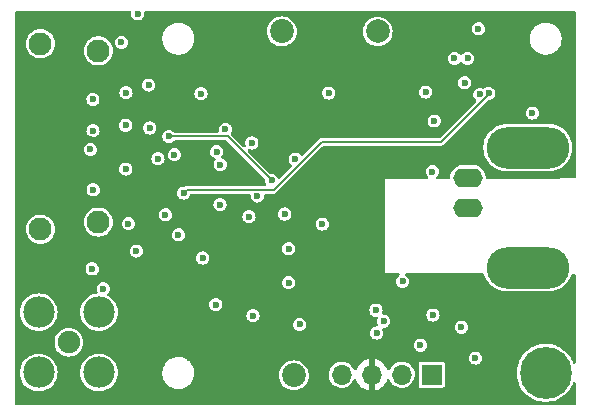
<source format=gbr>
%TF.GenerationSoftware,KiCad,Pcbnew,(6.0.4-0)*%
%TF.CreationDate,2023-05-29T14:49:53-05:00*%
%TF.ProjectId,voltage_sense,766f6c74-6167-4655-9f73-656e73652e6b,rev?*%
%TF.SameCoordinates,Original*%
%TF.FileFunction,Copper,L4,Inr*%
%TF.FilePolarity,Positive*%
%FSLAX46Y46*%
G04 Gerber Fmt 4.6, Leading zero omitted, Abs format (unit mm)*
G04 Created by KiCad (PCBNEW (6.0.4-0)) date 2023-05-29 14:49:53*
%MOMM*%
%LPD*%
G01*
G04 APERTURE LIST*
%TA.AperFunction,ComponentPad*%
%ADD10R,1.700000X1.700000*%
%TD*%
%TA.AperFunction,ComponentPad*%
%ADD11O,1.700000X1.700000*%
%TD*%
%TA.AperFunction,ComponentPad*%
%ADD12C,2.020000*%
%TD*%
%TA.AperFunction,ComponentPad*%
%ADD13C,2.000000*%
%TD*%
%TA.AperFunction,ComponentPad*%
%ADD14O,2.500000X1.600000*%
%TD*%
%TA.AperFunction,ComponentPad*%
%ADD15O,7.000000X3.500000*%
%TD*%
%TA.AperFunction,ComponentPad*%
%ADD16C,1.950000*%
%TD*%
%TA.AperFunction,ComponentPad*%
%ADD17C,4.400000*%
%TD*%
%TA.AperFunction,ComponentPad*%
%ADD18C,1.905000*%
%TD*%
%TA.AperFunction,ComponentPad*%
%ADD19C,2.667000*%
%TD*%
%TA.AperFunction,ViaPad*%
%ADD20C,0.600000*%
%TD*%
%TA.AperFunction,Conductor*%
%ADD21C,0.127000*%
%TD*%
G04 APERTURE END LIST*
D10*
%TO.N,+5V*%
%TO.C,J2*%
X35550000Y3168500D03*
D11*
%TO.N,-15V*%
X33010000Y3168500D03*
%TO.N,+15V*%
X30470000Y3168500D03*
%TO.N,GND*%
X27930000Y3168500D03*
%TD*%
D12*
%TO.N,Net-(C13-Pad2)*%
%TO.C,TP1*%
X23876000Y3111500D03*
%TD*%
D13*
%TO.N,GND*%
%TO.C,TP9*%
X30988000Y32225500D03*
%TD*%
D14*
%TO.N,Net-(J5-Pad1)*%
%TO.C,J5*%
X38608000Y17317500D03*
D15*
%TO.N,GND*%
X43688000Y22397500D03*
D14*
X38608000Y19857500D03*
D15*
X43688000Y12237500D03*
%TD*%
D16*
%TO.N,Net-(FB1-Pad1)*%
%TO.C,J4*%
X7318000Y16085500D03*
X2418000Y15485500D03*
X7318000Y30585500D03*
X2418000Y31185500D03*
%TD*%
D17*
%TO.N,Net-(H3-Pad1)*%
%TO.C,H3*%
X45200000Y3317500D03*
%TD*%
D12*
%TO.N,Net-(C1-Pad2)*%
%TO.C,TP2*%
X22860000Y32225500D03*
%TD*%
D18*
%TO.N,/vsense/SMA_OUT*%
%TO.C,J1*%
X4826000Y5905500D03*
D19*
%TO.N,GND*%
X7375900Y3355600D03*
%TO.N,N/C*%
X2276100Y3355600D03*
X2276100Y8455400D03*
X7375900Y8455400D03*
%TD*%
D20*
%TO.N,GND*%
X9271000Y31305500D03*
%TO.N,Net-(R12-Pad1)*%
X33080900Y11070800D03*
%TO.N,Net-(C12-Pad2)*%
X35653700Y8212500D03*
%TO.N,3V3_BUF*%
X20320000Y22785900D03*
X24370800Y7420400D03*
%TO.N,Net-(R6-Pad1)*%
X23114000Y16764700D03*
X20790600Y18301900D03*
%TO.N,Net-(C12-Pad1)*%
X38055500Y7192200D03*
X26835400Y27019000D03*
%TO.N,+3V3*%
X13761600Y21793600D03*
X23444900Y10967900D03*
%TO.N,/vsense/SCL*%
X17340700Y22058300D03*
X35762400Y24655100D03*
%TO.N,/vsense/SDA*%
X14554200Y18544300D03*
X11684700Y24060600D03*
X40375100Y26990500D03*
%TO.N,Net-(C7-Pad2)*%
X22003700Y19610700D03*
X13301900Y23338900D03*
%TO.N,Net-(C1-Pad2)*%
X12370900Y21457200D03*
%TO.N,-15V*%
X9646200Y24289900D03*
X20079000Y16553100D03*
X38592500Y29950500D03*
X7747000Y10461500D03*
X34589300Y5668200D03*
X18083500Y23939500D03*
X35603000Y20364500D03*
%TO.N,+15V*%
X30179200Y9472600D03*
X36576000Y32451700D03*
X21457500Y24158400D03*
X26289000Y19244100D03*
X27321200Y21383600D03*
X6658200Y23085500D03*
X23144200Y18579500D03*
X30425400Y16214600D03*
%TO.N,+5V*%
X10668000Y33723400D03*
X9873800Y15954800D03*
X13001900Y16700500D03*
X30831700Y8633500D03*
X30897900Y6689100D03*
X9666900Y27057600D03*
%TO.N,GND*%
X31487900Y7700400D03*
X6802800Y12128500D03*
X17272700Y9092800D03*
X20422100Y8178100D03*
X9649800Y20585500D03*
X6887200Y18819400D03*
X11576700Y27695000D03*
X35039000Y27100100D03*
X37479600Y29950500D03*
X6875700Y23837200D03*
X38328200Y27876200D03*
X39624000Y26896600D03*
X39497000Y32453600D03*
X44069000Y25330500D03*
X6650800Y22240300D03*
X6864900Y26489700D03*
X16171200Y13042500D03*
X10541000Y13642900D03*
X14102500Y15010200D03*
X16015000Y26973500D03*
X23993600Y21417700D03*
X26289000Y15928100D03*
X17641400Y20962900D03*
X17631600Y17561800D03*
X39258900Y4587400D03*
X23432000Y13825900D03*
%TD*%
D21*
%TO.N,/vsense/SDA*%
X40375100Y26920700D02*
X40375100Y26990500D01*
X36334300Y22879900D02*
X40375100Y26920700D01*
X26243900Y22879900D02*
X36334300Y22879900D01*
X22169400Y18805400D02*
X26243900Y22879900D01*
X14815300Y18805400D02*
X22169400Y18805400D01*
X14554200Y18544300D02*
X14815300Y18805400D01*
%TO.N,Net-(C7-Pad2)*%
X18275500Y23338900D02*
X13301900Y23338900D01*
X22003700Y19610700D02*
X18275500Y23338900D01*
%TD*%
%TA.AperFunction,Conductor*%
%TO.N,+15V*%
G36*
X10065955Y33952498D02*
G01*
X10112448Y33898842D01*
X10122756Y33830054D01*
X10108715Y33723400D01*
X10127772Y33578646D01*
X10130931Y33571020D01*
X10171068Y33474122D01*
X10183645Y33443758D01*
X10272526Y33327926D01*
X10279076Y33322900D01*
X10279079Y33322897D01*
X10292079Y33312922D01*
X10388357Y33239045D01*
X10523246Y33183172D01*
X10668000Y33164115D01*
X10676188Y33165193D01*
X10804566Y33182094D01*
X10812754Y33183172D01*
X10947643Y33239045D01*
X11043921Y33312922D01*
X11056921Y33322897D01*
X11056924Y33322900D01*
X11063474Y33327926D01*
X11152355Y33443758D01*
X11164933Y33474122D01*
X11205069Y33571020D01*
X11208228Y33578646D01*
X11227285Y33723400D01*
X11213244Y33830054D01*
X11224183Y33900203D01*
X11271312Y33953301D01*
X11338166Y33972500D01*
X47619500Y33972500D01*
X47687621Y33952498D01*
X47734114Y33898842D01*
X47745500Y33846500D01*
X47745500Y19904342D01*
X47725498Y19836221D01*
X47671842Y19789728D01*
X47620034Y19778343D01*
X45109887Y19767698D01*
X40242541Y19747057D01*
X40174336Y19766770D01*
X40127616Y19820228D01*
X40116526Y19861637D01*
X40116230Y19864897D01*
X40098834Y20056050D01*
X40040446Y20254434D01*
X40009574Y20313486D01*
X39947492Y20432239D01*
X39947489Y20432243D01*
X39944637Y20437699D01*
X39939089Y20444600D01*
X39832386Y20577312D01*
X39815057Y20598865D01*
X39656640Y20731792D01*
X39475422Y20831418D01*
X39278304Y20893947D01*
X39272187Y20894633D01*
X39272183Y20894634D01*
X39182190Y20904728D01*
X39117360Y20912000D01*
X38105966Y20912000D01*
X37952189Y20896922D01*
X37754217Y20837151D01*
X37662921Y20788608D01*
X37577067Y20742959D01*
X37577064Y20742957D01*
X37571625Y20740065D01*
X37566855Y20736174D01*
X37566851Y20736172D01*
X37416143Y20613258D01*
X37416140Y20613255D01*
X37411368Y20609363D01*
X37407441Y20604616D01*
X37407439Y20604614D01*
X37283478Y20454771D01*
X37283475Y20454766D01*
X37279550Y20450022D01*
X37276620Y20444603D01*
X37276618Y20444600D01*
X37184122Y20273532D01*
X37184120Y20273527D01*
X37181192Y20268112D01*
X37120040Y20070563D01*
X37119396Y20064438D01*
X37119396Y20064437D01*
X37100027Y19880145D01*
X37098424Y19864897D01*
X37098983Y19858754D01*
X37098980Y19858318D01*
X37078506Y19790338D01*
X37024529Y19744219D01*
X36973517Y19733194D01*
X36593754Y19731583D01*
X36057786Y19729310D01*
X35989582Y19749023D01*
X35942862Y19802481D01*
X35932461Y19872712D01*
X35961679Y19937417D01*
X35980547Y19955270D01*
X35980808Y19955471D01*
X35998474Y19969026D01*
X36087355Y20084858D01*
X36092793Y20097985D01*
X36140069Y20212120D01*
X36143228Y20219746D01*
X36147016Y20248515D01*
X36161207Y20356312D01*
X36162285Y20364500D01*
X36158490Y20393328D01*
X36144306Y20501068D01*
X36144305Y20501070D01*
X36143228Y20509254D01*
X36087355Y20644142D01*
X36027560Y20722068D01*
X36003501Y20753423D01*
X36003500Y20753424D01*
X35998474Y20759974D01*
X35991924Y20765000D01*
X35991921Y20765003D01*
X35889196Y20843827D01*
X35889194Y20843828D01*
X35882643Y20848855D01*
X35764202Y20897915D01*
X35755383Y20901568D01*
X35747754Y20904728D01*
X35720121Y20908366D01*
X35654750Y20916972D01*
X35603000Y20923785D01*
X35594812Y20922707D01*
X35466432Y20905806D01*
X35466430Y20905805D01*
X35458246Y20904728D01*
X35444401Y20898993D01*
X35330986Y20852015D01*
X35330984Y20852014D01*
X35323358Y20848855D01*
X35207526Y20759974D01*
X35118645Y20644142D01*
X35062772Y20509254D01*
X35061695Y20501070D01*
X35061694Y20501068D01*
X35047510Y20393328D01*
X35043715Y20364500D01*
X35044793Y20356312D01*
X35058985Y20248515D01*
X35062772Y20219746D01*
X35065931Y20212120D01*
X35113208Y20097985D01*
X35118645Y20084858D01*
X35207526Y19969026D01*
X35230446Y19951439D01*
X35272312Y19894101D01*
X35276533Y19823230D01*
X35241768Y19761328D01*
X35179055Y19728047D01*
X35154274Y19725479D01*
X31641114Y19710581D01*
X31641113Y19710581D01*
X31623000Y19710504D01*
X31622921Y19697284D01*
X31622921Y19697282D01*
X31598820Y15641907D01*
X31575880Y11782098D01*
X31589471Y11782037D01*
X31589473Y11782037D01*
X32272795Y11778995D01*
X32719757Y11777005D01*
X32787787Y11756700D01*
X32834041Y11702837D01*
X32843831Y11632519D01*
X32814051Y11568070D01*
X32795899Y11551044D01*
X32691976Y11471301D01*
X32691972Y11471297D01*
X32685426Y11466274D01*
X32596545Y11350442D01*
X32540672Y11215554D01*
X32539595Y11207370D01*
X32539594Y11207368D01*
X32536499Y11183855D01*
X32521615Y11070800D01*
X32522693Y11062612D01*
X32528200Y11020785D01*
X32540672Y10926046D01*
X32596545Y10791158D01*
X32629897Y10747693D01*
X32661337Y10706720D01*
X32685426Y10675326D01*
X32691976Y10670300D01*
X32691979Y10670297D01*
X32794704Y10591473D01*
X32801257Y10586445D01*
X32936146Y10530572D01*
X33080900Y10511515D01*
X33089088Y10512593D01*
X33217466Y10529494D01*
X33225654Y10530572D01*
X33360543Y10586445D01*
X33367096Y10591473D01*
X33469821Y10670297D01*
X33469824Y10670300D01*
X33476374Y10675326D01*
X33500464Y10706720D01*
X33531903Y10747693D01*
X33565255Y10791158D01*
X33621128Y10926046D01*
X33633601Y11020785D01*
X33639107Y11062612D01*
X33640185Y11070800D01*
X33625301Y11183855D01*
X33622206Y11207368D01*
X33622205Y11207370D01*
X33621128Y11215554D01*
X33565255Y11350442D01*
X33500044Y11435427D01*
X33481401Y11459723D01*
X33481400Y11459724D01*
X33476374Y11466274D01*
X33469823Y11471301D01*
X33469821Y11471303D01*
X33370123Y11547804D01*
X33328256Y11605142D01*
X33324034Y11676013D01*
X33358798Y11737916D01*
X33421511Y11771197D01*
X33447386Y11773765D01*
X37563254Y11755438D01*
X39897587Y11745044D01*
X39965618Y11724739D01*
X40011872Y11670876D01*
X40015908Y11660795D01*
X40093662Y11439384D01*
X40095715Y11435433D01*
X40095717Y11435427D01*
X40189912Y11254093D01*
X40224517Y11187476D01*
X40227100Y11183861D01*
X40227104Y11183855D01*
X40302044Y11078988D01*
X40389561Y10956520D01*
X40585501Y10751123D01*
X40588997Y10748367D01*
X40588998Y10748366D01*
X40673554Y10681707D01*
X40808426Y10575382D01*
X40880132Y10533732D01*
X41050042Y10435040D01*
X41050048Y10435037D01*
X41053889Y10432806D01*
X41058012Y10431136D01*
X41312861Y10327911D01*
X41312869Y10327908D01*
X41316993Y10326238D01*
X41592488Y10257805D01*
X41834586Y10233000D01*
X45510311Y10233000D01*
X45721158Y10247929D01*
X45725513Y10248867D01*
X45725516Y10248867D01*
X45994319Y10306739D01*
X45994321Y10306739D01*
X45998666Y10307675D01*
X46264987Y10405926D01*
X46269971Y10408615D01*
X46510892Y10538609D01*
X46514808Y10540722D01*
X46743144Y10709373D01*
X46767668Y10733514D01*
X46898184Y10861997D01*
X46945438Y10908514D01*
X47014166Y10998569D01*
X47114950Y11130628D01*
X47114953Y11130632D01*
X47117655Y11134173D01*
X47256359Y11381845D01*
X47280248Y11443593D01*
X47312169Y11526107D01*
X47352667Y11630787D01*
X47395900Y11687101D01*
X47462716Y11711103D01*
X47470729Y11711323D01*
X47620062Y11710658D01*
X47688092Y11690353D01*
X47734346Y11636490D01*
X47745500Y11584659D01*
X47745500Y4221719D01*
X47725498Y4153598D01*
X47671842Y4107105D01*
X47601568Y4097001D01*
X47536988Y4126495D01*
X47499667Y4182783D01*
X47487875Y4219074D01*
X47486649Y4222848D01*
X47355147Y4502302D01*
X47325580Y4548893D01*
X47220977Y4713720D01*
X47189658Y4763071D01*
X46992791Y5001043D01*
X46767651Y5212464D01*
X46684707Y5272726D01*
X46520996Y5391669D01*
X46520991Y5391672D01*
X46517787Y5394000D01*
X46350217Y5486123D01*
X46250604Y5540886D01*
X46250601Y5540888D01*
X46247142Y5542789D01*
X45959982Y5656484D01*
X45660837Y5733291D01*
X45354424Y5772000D01*
X45045576Y5772000D01*
X44739163Y5733291D01*
X44440018Y5656484D01*
X44152858Y5542789D01*
X44149399Y5540888D01*
X44149396Y5540886D01*
X44049783Y5486123D01*
X43882213Y5394000D01*
X43879009Y5391672D01*
X43879004Y5391669D01*
X43715293Y5272726D01*
X43632349Y5212464D01*
X43407209Y5001043D01*
X43210342Y4763071D01*
X43179023Y4713720D01*
X43074421Y4548893D01*
X43044853Y4502302D01*
X42913351Y4222848D01*
X42817912Y3929116D01*
X42760040Y3625739D01*
X42740647Y3317500D01*
X42760040Y3009261D01*
X42817912Y2705884D01*
X42913351Y2412152D01*
X43044853Y2132698D01*
X43046971Y2129360D01*
X43046973Y2129357D01*
X43140515Y1981959D01*
X43210342Y1871929D01*
X43407209Y1633957D01*
X43632349Y1422536D01*
X43635551Y1420209D01*
X43635553Y1420208D01*
X43879004Y1243331D01*
X43879009Y1243328D01*
X43882213Y1241000D01*
X44152858Y1092211D01*
X44440018Y978516D01*
X44739163Y901709D01*
X45045576Y863000D01*
X45354424Y863000D01*
X45660837Y901709D01*
X45959982Y978516D01*
X46247142Y1092211D01*
X46517787Y1241000D01*
X46520991Y1243328D01*
X46520996Y1243331D01*
X46764447Y1420208D01*
X46764449Y1420209D01*
X46767651Y1422536D01*
X46992791Y1633957D01*
X47189658Y1871929D01*
X47259485Y1981959D01*
X47353027Y2129357D01*
X47353029Y2129360D01*
X47355147Y2132698D01*
X47486649Y2412152D01*
X47499667Y2452217D01*
X47539741Y2510823D01*
X47605137Y2538460D01*
X47675094Y2526353D01*
X47727400Y2478347D01*
X47745500Y2413281D01*
X47745500Y698000D01*
X47725498Y629879D01*
X47671842Y583386D01*
X47619500Y572000D01*
X380500Y572000D01*
X312379Y592002D01*
X265886Y645658D01*
X254500Y698000D01*
X254500Y3355600D01*
X683190Y3355600D01*
X702801Y3106414D01*
X711237Y3071278D01*
X753183Y2896563D01*
X761153Y2863364D01*
X763043Y2858801D01*
X763045Y2858795D01*
X848592Y2652266D01*
X856807Y2632434D01*
X987409Y2419311D01*
X1149743Y2229243D01*
X1339811Y2066909D01*
X1552934Y1936307D01*
X1557504Y1934414D01*
X1557508Y1934412D01*
X1779295Y1842545D01*
X1779301Y1842543D01*
X1783864Y1840653D01*
X1788664Y1839501D01*
X1788669Y1839499D01*
X1899932Y1812787D01*
X2026914Y1782301D01*
X2276100Y1762690D01*
X2525286Y1782301D01*
X2652268Y1812787D01*
X2763531Y1839499D01*
X2763536Y1839501D01*
X2768336Y1840653D01*
X2772899Y1842543D01*
X2772905Y1842545D01*
X2994692Y1934412D01*
X2994696Y1934414D01*
X2999266Y1936307D01*
X3212389Y2066909D01*
X3402457Y2229243D01*
X3564791Y2419311D01*
X3695393Y2632434D01*
X3703608Y2652266D01*
X3789155Y2858795D01*
X3789157Y2858801D01*
X3791047Y2863364D01*
X3799018Y2896563D01*
X3840963Y3071278D01*
X3849399Y3106414D01*
X3869010Y3355600D01*
X5782990Y3355600D01*
X5802601Y3106414D01*
X5811037Y3071278D01*
X5852983Y2896563D01*
X5860953Y2863364D01*
X5862843Y2858801D01*
X5862845Y2858795D01*
X5948392Y2652266D01*
X5956607Y2632434D01*
X6087209Y2419311D01*
X6249543Y2229243D01*
X6439611Y2066909D01*
X6652734Y1936307D01*
X6657304Y1934414D01*
X6657308Y1934412D01*
X6879095Y1842545D01*
X6879101Y1842543D01*
X6883664Y1840653D01*
X6888464Y1839501D01*
X6888469Y1839499D01*
X6999732Y1812787D01*
X7126714Y1782301D01*
X7375900Y1762690D01*
X7625086Y1782301D01*
X7752068Y1812787D01*
X7863331Y1839499D01*
X7863336Y1839501D01*
X7868136Y1840653D01*
X7872699Y1842543D01*
X7872705Y1842545D01*
X8094492Y1934412D01*
X8094496Y1934414D01*
X8099066Y1936307D01*
X8312189Y2066909D01*
X8502257Y2229243D01*
X8664591Y2419311D01*
X8795193Y2632434D01*
X8803408Y2652266D01*
X8888955Y2858795D01*
X8888957Y2858801D01*
X8890847Y2863364D01*
X8898818Y2896563D01*
X8940763Y3071278D01*
X8949199Y3106414D01*
X8968810Y3355600D01*
X8966769Y3381536D01*
X12742112Y3381536D01*
X12742312Y3376208D01*
X12742312Y3376206D01*
X12744464Y3318901D01*
X12743705Y3318872D01*
X12744034Y3317484D01*
X12744340Y3317511D01*
X12744374Y3317123D01*
X12744465Y3315662D01*
X12744523Y3315415D01*
X12744648Y3313993D01*
X12750736Y3151831D01*
X12751831Y3146612D01*
X12764628Y3085621D01*
X12763861Y3085460D01*
X12764841Y3083184D01*
X12764937Y3082092D01*
X12766361Y3076778D01*
X12766464Y3076193D01*
X12767635Y3071290D01*
X12797939Y2926863D01*
X12806934Y2904086D01*
X12823975Y2860934D01*
X12824724Y2858959D01*
X12826097Y2853837D01*
X12828422Y2848851D01*
X12828423Y2848849D01*
X12828947Y2847725D01*
X12831934Y2840783D01*
X12882372Y2713064D01*
X12919273Y2652254D01*
X12920811Y2649374D01*
X12920890Y2649420D01*
X12923639Y2644659D01*
X12925965Y2639671D01*
X12929122Y2635163D01*
X12929124Y2635159D01*
X12930674Y2632945D01*
X12935181Y2626038D01*
X12989950Y2535782D01*
X13001621Y2516548D01*
X13005116Y2512521D01*
X13005117Y2512519D01*
X13051993Y2458500D01*
X13055555Y2453937D01*
X13058347Y2450610D01*
X13061505Y2446099D01*
X13067791Y2439813D01*
X13073861Y2433299D01*
X13137640Y2359801D01*
X13152276Y2342934D01*
X13196753Y2306465D01*
X13216309Y2290430D01*
X13223574Y2283848D01*
X13224706Y2282898D01*
X13228599Y2279005D01*
X13233103Y2275851D01*
X13233108Y2275847D01*
X13235936Y2273867D01*
X13243554Y2268090D01*
X13325901Y2200569D01*
X13325907Y2200565D01*
X13330029Y2197185D01*
X13339811Y2191617D01*
X13407355Y2153169D01*
X13417296Y2146878D01*
X13417660Y2146623D01*
X13417667Y2146619D01*
X13422171Y2143465D01*
X13427155Y2141141D01*
X13427160Y2141138D01*
X13429875Y2139872D01*
X13438952Y2135182D01*
X13457353Y2124708D01*
X13529798Y2083470D01*
X13619498Y2050910D01*
X13629753Y2046667D01*
X13631348Y2045923D01*
X13631350Y2045922D01*
X13636337Y2043597D01*
X13641653Y2042173D01*
X13641655Y2042172D01*
X13642719Y2041887D01*
X13643702Y2041624D01*
X13654081Y2038357D01*
X13745871Y2005039D01*
X13846443Y1986852D01*
X13856616Y1984574D01*
X13864592Y1982437D01*
X13870990Y1981877D01*
X13882412Y1980348D01*
X13972069Y1964136D01*
X13976208Y1963941D01*
X13976215Y1963940D01*
X13994670Y1963070D01*
X13994677Y1963070D01*
X13996158Y1963000D01*
X14157712Y1963000D01*
X14237444Y1969765D01*
X14323733Y1977087D01*
X14323737Y1977088D01*
X14329044Y1977538D01*
X14334199Y1978876D01*
X14334205Y1978877D01*
X14546368Y2033944D01*
X14546367Y2033944D01*
X14551539Y2035286D01*
X14698412Y2101448D01*
X14756262Y2127507D01*
X14756265Y2127508D01*
X14761123Y2129697D01*
X14951803Y2258070D01*
X14978826Y2283848D01*
X15109560Y2408563D01*
X15118128Y2416736D01*
X15144984Y2452831D01*
X15252156Y2596876D01*
X15255342Y2601158D01*
X15259415Y2609168D01*
X15357102Y2801306D01*
X15357102Y2801307D01*
X15359520Y2806062D01*
X15427685Y3025589D01*
X15439072Y3111500D01*
X22606670Y3111500D01*
X22625954Y2891083D01*
X22627378Y2885770D01*
X22627378Y2885768D01*
X22671044Y2722807D01*
X22683220Y2677364D01*
X22685543Y2672383D01*
X22685543Y2672382D01*
X22774402Y2481822D01*
X22774405Y2481817D01*
X22776728Y2476835D01*
X22779884Y2472328D01*
X22779885Y2472326D01*
X22852857Y2368112D01*
X22903637Y2295590D01*
X23060090Y2139137D01*
X23064598Y2135980D01*
X23064601Y2135978D01*
X23210321Y2033944D01*
X23241335Y2012228D01*
X23246317Y2009905D01*
X23246322Y2009902D01*
X23404148Y1936307D01*
X23441864Y1918720D01*
X23447172Y1917298D01*
X23447174Y1917297D01*
X23650268Y1862878D01*
X23650270Y1862878D01*
X23655583Y1861454D01*
X23876000Y1842170D01*
X24096417Y1861454D01*
X24101730Y1862878D01*
X24101732Y1862878D01*
X24304826Y1917297D01*
X24304828Y1917298D01*
X24310136Y1918720D01*
X24347852Y1936307D01*
X24505678Y2009902D01*
X24505683Y2009905D01*
X24510665Y2012228D01*
X24541679Y2033944D01*
X24687399Y2135978D01*
X24687402Y2135980D01*
X24691910Y2139137D01*
X24848363Y2295590D01*
X24899144Y2368112D01*
X24972115Y2472326D01*
X24972116Y2472328D01*
X24975272Y2476835D01*
X24977595Y2481817D01*
X24977598Y2481822D01*
X25066457Y2672382D01*
X25066457Y2672383D01*
X25068780Y2677364D01*
X25080957Y2722807D01*
X25124622Y2885768D01*
X25124622Y2885770D01*
X25126046Y2891083D01*
X25145330Y3111500D01*
X25137803Y3197536D01*
X26821148Y3197536D01*
X26834424Y2994978D01*
X26835845Y2989382D01*
X26835846Y2989377D01*
X26871822Y2847725D01*
X26884392Y2798231D01*
X26886809Y2792988D01*
X26923654Y2713064D01*
X26969377Y2613884D01*
X26972710Y2609168D01*
X27082688Y2453552D01*
X27086533Y2448111D01*
X27090675Y2444076D01*
X27147637Y2388587D01*
X27231938Y2306465D01*
X27236742Y2303255D01*
X27251440Y2293434D01*
X27400720Y2193688D01*
X27406023Y2191410D01*
X27406026Y2191408D01*
X27581921Y2115838D01*
X27587228Y2113558D01*
X27660244Y2097036D01*
X27779579Y2070033D01*
X27779584Y2070032D01*
X27785216Y2068758D01*
X27790987Y2068531D01*
X27790989Y2068531D01*
X27850756Y2066183D01*
X27988053Y2060788D01*
X28095348Y2076345D01*
X28183231Y2089087D01*
X28183236Y2089088D01*
X28188945Y2089916D01*
X28194409Y2091771D01*
X28194414Y2091772D01*
X28375693Y2153308D01*
X28375698Y2153310D01*
X28381165Y2155166D01*
X28558276Y2254353D01*
X28562746Y2258070D01*
X28685696Y2360328D01*
X28714345Y2384155D01*
X28740769Y2415926D01*
X28840453Y2535782D01*
X28840455Y2535785D01*
X28844147Y2540224D01*
X28923923Y2682674D01*
X28940510Y2712292D01*
X28940511Y2712294D01*
X28943334Y2717335D01*
X28945720Y2724365D01*
X28946170Y2725004D01*
X28947541Y2728084D01*
X28948146Y2727815D01*
X28986553Y2782441D01*
X29052305Y2809222D01*
X29122098Y2796205D01*
X29173773Y2747520D01*
X29181777Y2731271D01*
X29251770Y2558897D01*
X29256413Y2549706D01*
X29367694Y2368112D01*
X29373777Y2359801D01*
X29513213Y2198833D01*
X29520580Y2191617D01*
X29684434Y2055584D01*
X29692881Y2049669D01*
X29876756Y1942221D01*
X29886042Y1937771D01*
X30085001Y1861797D01*
X30094899Y1858921D01*
X30198250Y1837894D01*
X30212299Y1839090D01*
X30216000Y1849435D01*
X30216000Y1849983D01*
X30724000Y1849983D01*
X30728064Y1836141D01*
X30741478Y1834107D01*
X30748184Y1834966D01*
X30758262Y1837108D01*
X30962255Y1898309D01*
X30971842Y1902067D01*
X31163095Y1995761D01*
X31171945Y2001036D01*
X31345328Y2124708D01*
X31353200Y2131361D01*
X31504052Y2281688D01*
X31510730Y2289535D01*
X31635003Y2462480D01*
X31640313Y2471317D01*
X31734670Y2662233D01*
X31738469Y2671828D01*
X31755066Y2726453D01*
X31794007Y2785817D01*
X31858862Y2814704D01*
X31929038Y2803942D01*
X31982256Y2756949D01*
X31990048Y2742578D01*
X32049377Y2613884D01*
X32052710Y2609168D01*
X32162688Y2453552D01*
X32166533Y2448111D01*
X32170675Y2444076D01*
X32227637Y2388587D01*
X32311938Y2306465D01*
X32316742Y2303255D01*
X32331440Y2293434D01*
X32480720Y2193688D01*
X32486023Y2191410D01*
X32486026Y2191408D01*
X32661921Y2115838D01*
X32667228Y2113558D01*
X32740244Y2097036D01*
X32859579Y2070033D01*
X32859584Y2070032D01*
X32865216Y2068758D01*
X32870987Y2068531D01*
X32870989Y2068531D01*
X32930756Y2066183D01*
X33068053Y2060788D01*
X33175348Y2076345D01*
X33263231Y2089087D01*
X33263236Y2089088D01*
X33268945Y2089916D01*
X33274409Y2091771D01*
X33274414Y2091772D01*
X33455693Y2153308D01*
X33455698Y2153310D01*
X33461165Y2155166D01*
X33638276Y2254353D01*
X33642746Y2258070D01*
X33765696Y2360328D01*
X33794345Y2384155D01*
X33820769Y2415926D01*
X33920453Y2535782D01*
X33920455Y2535785D01*
X33924147Y2540224D01*
X34003923Y2682674D01*
X34020510Y2712292D01*
X34020511Y2712294D01*
X34023334Y2717335D01*
X34025190Y2722802D01*
X34025192Y2722807D01*
X34086728Y2904086D01*
X34086729Y2904091D01*
X34088584Y2909555D01*
X34089412Y2915264D01*
X34089413Y2915269D01*
X34112745Y3076193D01*
X34117712Y3110447D01*
X34119232Y3168500D01*
X34105576Y3317123D01*
X34101187Y3364887D01*
X34101186Y3364890D01*
X34100658Y3370641D01*
X34099090Y3376201D01*
X34047125Y3560454D01*
X34047124Y3560456D01*
X34045557Y3566013D01*
X34034978Y3587467D01*
X33958331Y3742891D01*
X33955776Y3748072D01*
X33834320Y3910721D01*
X33690609Y4043567D01*
X34445500Y4043567D01*
X34445501Y2293434D01*
X34460266Y2219199D01*
X34467161Y2208880D01*
X34467162Y2208878D01*
X34504386Y2153169D01*
X34516516Y2135016D01*
X34600699Y2078766D01*
X34674933Y2064000D01*
X35549858Y2064000D01*
X36425066Y2064001D01*
X36460818Y2071112D01*
X36487126Y2076344D01*
X36487128Y2076345D01*
X36499301Y2078766D01*
X36509621Y2085661D01*
X36509622Y2085662D01*
X36573168Y2128123D01*
X36583484Y2135016D01*
X36639734Y2219199D01*
X36654500Y2293433D01*
X36654499Y4043566D01*
X36643871Y4097001D01*
X36642156Y4105626D01*
X36642155Y4105628D01*
X36639734Y4117801D01*
X36613654Y4156833D01*
X36590377Y4191668D01*
X36583484Y4201984D01*
X36499301Y4258234D01*
X36425067Y4273000D01*
X35550142Y4273000D01*
X34674934Y4272999D01*
X34639182Y4265888D01*
X34612874Y4260656D01*
X34612872Y4260655D01*
X34600699Y4258234D01*
X34590379Y4251339D01*
X34590378Y4251338D01*
X34553112Y4226437D01*
X34516516Y4201984D01*
X34460266Y4117801D01*
X34445500Y4043567D01*
X33690609Y4043567D01*
X33685258Y4048513D01*
X33680375Y4051594D01*
X33680371Y4051597D01*
X33518464Y4153752D01*
X33513581Y4156833D01*
X33325039Y4232054D01*
X33319379Y4233180D01*
X33319375Y4233181D01*
X33131613Y4270529D01*
X33131610Y4270529D01*
X33125946Y4271656D01*
X33120171Y4271732D01*
X33120167Y4271732D01*
X33018793Y4273059D01*
X32922971Y4274313D01*
X32917274Y4273334D01*
X32917273Y4273334D01*
X32829397Y4258234D01*
X32722910Y4239936D01*
X32532463Y4169676D01*
X32358010Y4065888D01*
X32353670Y4062082D01*
X32353666Y4062079D01*
X32263191Y3982734D01*
X32205392Y3932045D01*
X32201817Y3927510D01*
X32201816Y3927509D01*
X32191675Y3914645D01*
X32079720Y3772631D01*
X32077031Y3767520D01*
X32077029Y3767517D01*
X31987589Y3597520D01*
X31938170Y3546548D01*
X31869037Y3530385D01*
X31802141Y3554164D01*
X31762003Y3608527D01*
X31759955Y3607637D01*
X31672972Y3807686D01*
X31668105Y3816761D01*
X31552426Y3995574D01*
X31546136Y4003743D01*
X31402806Y4161260D01*
X31395273Y4168285D01*
X31228139Y4300278D01*
X31219552Y4305983D01*
X31033117Y4408901D01*
X31023705Y4413131D01*
X30822959Y4484220D01*
X30812988Y4486854D01*
X30741837Y4499528D01*
X30728540Y4498068D01*
X30724000Y4483511D01*
X30724000Y1849983D01*
X30216000Y1849983D01*
X30216000Y4485398D01*
X30212082Y4498742D01*
X30197806Y4500729D01*
X30159324Y4494840D01*
X30149288Y4492449D01*
X29946868Y4426288D01*
X29937359Y4422291D01*
X29748463Y4323958D01*
X29739738Y4318464D01*
X29569433Y4190595D01*
X29561726Y4183752D01*
X29414590Y4029783D01*
X29408104Y4021773D01*
X29288098Y3845851D01*
X29283000Y3836877D01*
X29193338Y3643717D01*
X29189777Y3634036D01*
X29185291Y3617860D01*
X29147813Y3557561D01*
X29083684Y3527097D01*
X29013266Y3536140D01*
X28958915Y3581818D01*
X28950867Y3595802D01*
X28878331Y3742891D01*
X28875776Y3748072D01*
X28754320Y3910721D01*
X28605258Y4048513D01*
X28600375Y4051594D01*
X28600371Y4051597D01*
X28438464Y4153752D01*
X28433581Y4156833D01*
X28245039Y4232054D01*
X28239379Y4233180D01*
X28239375Y4233181D01*
X28051613Y4270529D01*
X28051610Y4270529D01*
X28045946Y4271656D01*
X28040171Y4271732D01*
X28040167Y4271732D01*
X27938793Y4273059D01*
X27842971Y4274313D01*
X27837274Y4273334D01*
X27837273Y4273334D01*
X27749397Y4258234D01*
X27642910Y4239936D01*
X27452463Y4169676D01*
X27278010Y4065888D01*
X27273670Y4062082D01*
X27273666Y4062079D01*
X27183191Y3982734D01*
X27125392Y3932045D01*
X27121817Y3927510D01*
X27121816Y3927509D01*
X27111675Y3914645D01*
X26999720Y3772631D01*
X26997031Y3767520D01*
X26997029Y3767517D01*
X26968394Y3713091D01*
X26905203Y3592985D01*
X26845007Y3399122D01*
X26821148Y3197536D01*
X25137803Y3197536D01*
X25126046Y3331917D01*
X25109576Y3393385D01*
X25070203Y3540326D01*
X25070202Y3540328D01*
X25068780Y3545636D01*
X25061870Y3560454D01*
X24977598Y3741178D01*
X24977595Y3741183D01*
X24975272Y3746165D01*
X24960321Y3767517D01*
X24851522Y3922899D01*
X24851520Y3922902D01*
X24848363Y3927410D01*
X24691910Y4083863D01*
X24687402Y4087020D01*
X24687399Y4087022D01*
X24515174Y4207615D01*
X24515172Y4207616D01*
X24510665Y4210772D01*
X24505683Y4213095D01*
X24505678Y4213098D01*
X24315118Y4301957D01*
X24315117Y4301957D01*
X24310136Y4304280D01*
X24304828Y4305702D01*
X24304826Y4305703D01*
X24101732Y4360122D01*
X24101730Y4360122D01*
X24096417Y4361546D01*
X23876000Y4380830D01*
X23655583Y4361546D01*
X23650270Y4360122D01*
X23650268Y4360122D01*
X23447174Y4305703D01*
X23447172Y4305702D01*
X23441864Y4304280D01*
X23436883Y4301957D01*
X23436882Y4301957D01*
X23246322Y4213098D01*
X23246317Y4213095D01*
X23241335Y4210772D01*
X23236828Y4207616D01*
X23236826Y4207615D01*
X23064601Y4087022D01*
X23064598Y4087020D01*
X23060090Y4083863D01*
X22903637Y3927410D01*
X22900480Y3922902D01*
X22900478Y3922899D01*
X22791679Y3767517D01*
X22776728Y3746165D01*
X22774405Y3741183D01*
X22774402Y3741178D01*
X22690130Y3560454D01*
X22683220Y3545636D01*
X22681798Y3540328D01*
X22681797Y3540326D01*
X22642424Y3393385D01*
X22625954Y3331917D01*
X22606670Y3111500D01*
X15439072Y3111500D01*
X15439424Y3114156D01*
X15457188Y3248181D01*
X15457188Y3248184D01*
X15457888Y3253464D01*
X15455536Y3316099D01*
X15456295Y3316128D01*
X15455966Y3317516D01*
X15455660Y3317489D01*
X15455626Y3317877D01*
X15455535Y3319338D01*
X15455477Y3319585D01*
X15455352Y3321007D01*
X15449264Y3483169D01*
X15435372Y3549379D01*
X15436139Y3549540D01*
X15435159Y3551816D01*
X15435063Y3552908D01*
X15433639Y3558222D01*
X15433536Y3558807D01*
X15432362Y3563722D01*
X15431882Y3566013D01*
X15402061Y3708137D01*
X15376025Y3774066D01*
X15375276Y3776041D01*
X15373903Y3781163D01*
X15371053Y3787275D01*
X15368066Y3794217D01*
X15317628Y3921936D01*
X15280727Y3982746D01*
X15279189Y3985626D01*
X15279110Y3985580D01*
X15276361Y3990341D01*
X15274035Y3995329D01*
X15270876Y3999841D01*
X15269326Y4002055D01*
X15264819Y4008962D01*
X15201147Y4113891D01*
X15201145Y4113894D01*
X15198379Y4118452D01*
X15191400Y4126495D01*
X15148007Y4176500D01*
X15144445Y4181063D01*
X15141653Y4184390D01*
X15138495Y4188901D01*
X15132209Y4195187D01*
X15126139Y4201701D01*
X15051224Y4288033D01*
X15051222Y4288035D01*
X15047724Y4292066D01*
X14983692Y4344570D01*
X14976426Y4351152D01*
X14975294Y4352102D01*
X14971401Y4355995D01*
X14966897Y4359149D01*
X14966892Y4359153D01*
X14964064Y4361133D01*
X14956446Y4366910D01*
X14874099Y4434431D01*
X14874093Y4434435D01*
X14869971Y4437815D01*
X14792645Y4481831D01*
X14782704Y4488122D01*
X14782340Y4488377D01*
X14782333Y4488381D01*
X14777829Y4491535D01*
X14772845Y4493859D01*
X14772840Y4493862D01*
X14770125Y4495128D01*
X14761048Y4499818D01*
X14716939Y4524926D01*
X14670202Y4551530D01*
X14580502Y4584090D01*
X14572502Y4587400D01*
X38699615Y4587400D01*
X38700693Y4579212D01*
X38713497Y4481957D01*
X38718672Y4442646D01*
X38730898Y4413131D01*
X38767835Y4323958D01*
X38774545Y4307758D01*
X38802189Y4271732D01*
X38842595Y4219074D01*
X38863426Y4191926D01*
X38869976Y4186900D01*
X38869979Y4186897D01*
X38965122Y4113891D01*
X38979257Y4103045D01*
X39114146Y4047172D01*
X39122334Y4046094D01*
X39182873Y4038124D01*
X39258900Y4028115D01*
X39267088Y4029193D01*
X39395466Y4046094D01*
X39403654Y4047172D01*
X39538543Y4103045D01*
X39552678Y4113891D01*
X39647821Y4186897D01*
X39647824Y4186900D01*
X39654374Y4191926D01*
X39675206Y4219074D01*
X39715611Y4271732D01*
X39743255Y4307758D01*
X39749966Y4323958D01*
X39786902Y4413131D01*
X39799128Y4442646D01*
X39804304Y4481957D01*
X39817107Y4579212D01*
X39818185Y4587400D01*
X39809887Y4650428D01*
X39800206Y4723968D01*
X39800205Y4723970D01*
X39799128Y4732154D01*
X39747740Y4856214D01*
X39746415Y4859414D01*
X39746414Y4859416D01*
X39743255Y4867042D01*
X39681040Y4948122D01*
X39659401Y4976323D01*
X39659400Y4976324D01*
X39654374Y4982874D01*
X39647824Y4987900D01*
X39647821Y4987903D01*
X39545096Y5066727D01*
X39545094Y5066728D01*
X39538543Y5071755D01*
X39421679Y5120162D01*
X39411283Y5124468D01*
X39403654Y5127628D01*
X39258900Y5146685D01*
X39250712Y5145607D01*
X39122332Y5128706D01*
X39122330Y5128705D01*
X39114146Y5127628D01*
X39102481Y5122796D01*
X38986886Y5074915D01*
X38986884Y5074914D01*
X38979258Y5071755D01*
X38863426Y4982874D01*
X38774545Y4867042D01*
X38771386Y4859416D01*
X38771385Y4859414D01*
X38770060Y4856214D01*
X38718672Y4732154D01*
X38717595Y4723970D01*
X38717594Y4723968D01*
X38707913Y4650428D01*
X38699615Y4587400D01*
X14572502Y4587400D01*
X14570247Y4588333D01*
X14568652Y4589077D01*
X14568650Y4589078D01*
X14563663Y4591403D01*
X14558347Y4592827D01*
X14558345Y4592828D01*
X14557281Y4593113D01*
X14556298Y4593376D01*
X14545919Y4596643D01*
X14454129Y4629961D01*
X14353557Y4648148D01*
X14343384Y4650426D01*
X14335408Y4652563D01*
X14329010Y4653123D01*
X14317588Y4654652D01*
X14227931Y4670864D01*
X14223792Y4671059D01*
X14223785Y4671060D01*
X14205330Y4671930D01*
X14205323Y4671930D01*
X14203842Y4672000D01*
X14042288Y4672000D01*
X13962556Y4665235D01*
X13876267Y4657913D01*
X13876263Y4657912D01*
X13870956Y4657462D01*
X13865801Y4656124D01*
X13865795Y4656123D01*
X13693058Y4611289D01*
X13648461Y4599714D01*
X13541497Y4551530D01*
X13443738Y4507493D01*
X13443735Y4507492D01*
X13438877Y4505303D01*
X13434453Y4502324D01*
X13434452Y4502324D01*
X13429106Y4498725D01*
X13248197Y4376930D01*
X13244340Y4373251D01*
X13244338Y4373249D01*
X13218404Y4348509D01*
X13081872Y4218264D01*
X12944658Y4033842D01*
X12942242Y4029091D01*
X12942240Y4029087D01*
X12884055Y3914645D01*
X12840480Y3828938D01*
X12772315Y3609411D01*
X12771614Y3604122D01*
X12762604Y3536140D01*
X12742112Y3381536D01*
X8966769Y3381536D01*
X8949199Y3604786D01*
X8910130Y3767517D01*
X8892001Y3843031D01*
X8891999Y3843036D01*
X8890847Y3847836D01*
X8888957Y3852399D01*
X8888955Y3852405D01*
X8797088Y4074192D01*
X8797086Y4074196D01*
X8795193Y4078766D01*
X8664591Y4291889D01*
X8502257Y4481957D01*
X8489973Y4492449D01*
X8382675Y4584090D01*
X8312189Y4644291D01*
X8099066Y4774893D01*
X8094496Y4776786D01*
X8094492Y4776788D01*
X7872705Y4868655D01*
X7872699Y4868657D01*
X7868136Y4870547D01*
X7863336Y4871699D01*
X7863331Y4871701D01*
X7752068Y4898413D01*
X7625086Y4928899D01*
X7375900Y4948510D01*
X7126714Y4928899D01*
X6999732Y4898413D01*
X6888469Y4871701D01*
X6888464Y4871699D01*
X6883664Y4870547D01*
X6879101Y4868657D01*
X6879095Y4868655D01*
X6657308Y4776788D01*
X6657304Y4776786D01*
X6652734Y4774893D01*
X6439611Y4644291D01*
X6369125Y4584090D01*
X6261828Y4492449D01*
X6249543Y4481957D01*
X6087209Y4291889D01*
X5956607Y4078766D01*
X5954714Y4074196D01*
X5954712Y4074192D01*
X5862845Y3852405D01*
X5862843Y3852399D01*
X5860953Y3847836D01*
X5859801Y3843036D01*
X5859799Y3843031D01*
X5841670Y3767517D01*
X5802601Y3604786D01*
X5782990Y3355600D01*
X3869010Y3355600D01*
X3849399Y3604786D01*
X3810330Y3767517D01*
X3792201Y3843031D01*
X3792199Y3843036D01*
X3791047Y3847836D01*
X3789157Y3852399D01*
X3789155Y3852405D01*
X3697288Y4074192D01*
X3697286Y4074196D01*
X3695393Y4078766D01*
X3564791Y4291889D01*
X3402457Y4481957D01*
X3390173Y4492449D01*
X3282875Y4584090D01*
X3212389Y4644291D01*
X2999266Y4774893D01*
X2994696Y4776786D01*
X2994692Y4776788D01*
X2772905Y4868655D01*
X2772899Y4868657D01*
X2768336Y4870547D01*
X2763536Y4871699D01*
X2763531Y4871701D01*
X2652268Y4898413D01*
X2525286Y4928899D01*
X2276100Y4948510D01*
X2026914Y4928899D01*
X1899932Y4898413D01*
X1788669Y4871701D01*
X1788664Y4871699D01*
X1783864Y4870547D01*
X1779301Y4868657D01*
X1779295Y4868655D01*
X1557508Y4776788D01*
X1557504Y4776786D01*
X1552934Y4774893D01*
X1339811Y4644291D01*
X1269325Y4584090D01*
X1162028Y4492449D01*
X1149743Y4481957D01*
X987409Y4291889D01*
X856807Y4078766D01*
X854914Y4074196D01*
X854912Y4074192D01*
X763045Y3852405D01*
X763043Y3852399D01*
X761153Y3847836D01*
X760001Y3843036D01*
X759999Y3843031D01*
X741870Y3767517D01*
X702801Y3604786D01*
X683190Y3355600D01*
X254500Y3355600D01*
X254500Y5905500D01*
X3614389Y5905500D01*
X3632796Y5695106D01*
X3634220Y5689793D01*
X3634220Y5689791D01*
X3680836Y5515820D01*
X3687458Y5491105D01*
X3689780Y5486124D01*
X3689781Y5486123D01*
X3731849Y5395909D01*
X3776714Y5299695D01*
X3897852Y5126691D01*
X4047191Y4977352D01*
X4051699Y4974195D01*
X4051702Y4974193D01*
X4195374Y4873593D01*
X4220194Y4856214D01*
X4225176Y4853891D01*
X4225181Y4853888D01*
X4390524Y4776788D01*
X4411605Y4766958D01*
X4416913Y4765536D01*
X4416915Y4765535D01*
X4610291Y4713720D01*
X4610293Y4713720D01*
X4615606Y4712296D01*
X4826000Y4693889D01*
X5036394Y4712296D01*
X5041707Y4713720D01*
X5041709Y4713720D01*
X5235085Y4765535D01*
X5235087Y4765536D01*
X5240395Y4766958D01*
X5261476Y4776788D01*
X5426819Y4853888D01*
X5426824Y4853891D01*
X5431806Y4856214D01*
X5456626Y4873593D01*
X5600298Y4974193D01*
X5600301Y4974195D01*
X5604809Y4977352D01*
X5754148Y5126691D01*
X5875286Y5299695D01*
X5920152Y5395909D01*
X5962219Y5486123D01*
X5962220Y5486124D01*
X5964542Y5491105D01*
X5971165Y5515820D01*
X6011995Y5668200D01*
X34030015Y5668200D01*
X34049072Y5523446D01*
X34104945Y5388558D01*
X34193826Y5272726D01*
X34200376Y5267700D01*
X34200379Y5267697D01*
X34269326Y5214792D01*
X34309657Y5183845D01*
X34444546Y5127972D01*
X34589300Y5108915D01*
X34597488Y5109993D01*
X34725866Y5126894D01*
X34734054Y5127972D01*
X34868943Y5183845D01*
X34909274Y5214792D01*
X34978221Y5267697D01*
X34978224Y5267700D01*
X34984774Y5272726D01*
X35073655Y5388558D01*
X35129528Y5523446D01*
X35148585Y5668200D01*
X35129528Y5812954D01*
X35073655Y5947842D01*
X34984774Y6063674D01*
X34978224Y6068700D01*
X34978221Y6068703D01*
X34875496Y6147527D01*
X34875494Y6147528D01*
X34868943Y6152555D01*
X34734054Y6208428D01*
X34589300Y6227485D01*
X34581112Y6226407D01*
X34452732Y6209506D01*
X34452730Y6209505D01*
X34444546Y6208428D01*
X34435655Y6204745D01*
X34317286Y6155715D01*
X34317284Y6155714D01*
X34309658Y6152555D01*
X34193826Y6063674D01*
X34104945Y5947842D01*
X34049072Y5812954D01*
X34030015Y5668200D01*
X6011995Y5668200D01*
X6017780Y5689791D01*
X6017780Y5689793D01*
X6019204Y5695106D01*
X6037611Y5905500D01*
X6019204Y6115894D01*
X6010728Y6147528D01*
X5965965Y6314585D01*
X5965964Y6314587D01*
X5964542Y6319895D01*
X5875286Y6511305D01*
X5754148Y6684309D01*
X5604809Y6833648D01*
X5600301Y6836805D01*
X5600298Y6836807D01*
X5436315Y6951629D01*
X5436312Y6951631D01*
X5431806Y6954786D01*
X5426824Y6957109D01*
X5426819Y6957112D01*
X5245377Y7041719D01*
X5245376Y7041719D01*
X5240395Y7044042D01*
X5235087Y7045464D01*
X5235085Y7045465D01*
X5041709Y7097280D01*
X5041707Y7097280D01*
X5036394Y7098704D01*
X4826000Y7117111D01*
X4615606Y7098704D01*
X4610293Y7097280D01*
X4610291Y7097280D01*
X4416915Y7045465D01*
X4416913Y7045464D01*
X4411605Y7044042D01*
X4406624Y7041720D01*
X4406623Y7041719D01*
X4225176Y6957109D01*
X4225173Y6957107D01*
X4220195Y6954786D01*
X4047191Y6833648D01*
X3897852Y6684309D01*
X3776714Y6511305D01*
X3687458Y6319895D01*
X3686036Y6314587D01*
X3686035Y6314585D01*
X3641272Y6147528D01*
X3632796Y6115894D01*
X3614389Y5905500D01*
X254500Y5905500D01*
X254500Y8455400D01*
X683190Y8455400D01*
X702801Y8206214D01*
X717261Y8145985D01*
X757187Y7979685D01*
X761153Y7963164D01*
X763043Y7958601D01*
X763045Y7958595D01*
X854912Y7736808D01*
X856807Y7732234D01*
X987409Y7519111D01*
X1149743Y7329043D01*
X1339811Y7166709D01*
X1552934Y7036107D01*
X1557504Y7034214D01*
X1557508Y7034212D01*
X1779295Y6942345D01*
X1779301Y6942343D01*
X1783864Y6940453D01*
X1788664Y6939301D01*
X1788669Y6939299D01*
X1899932Y6912587D01*
X2026914Y6882101D01*
X2276100Y6862490D01*
X2525286Y6882101D01*
X2652268Y6912587D01*
X2763531Y6939299D01*
X2763536Y6939301D01*
X2768336Y6940453D01*
X2772899Y6942343D01*
X2772905Y6942345D01*
X2994692Y7034212D01*
X2994696Y7034214D01*
X2999266Y7036107D01*
X3212389Y7166709D01*
X3402457Y7329043D01*
X3564791Y7519111D01*
X3695393Y7732234D01*
X3697288Y7736808D01*
X3789155Y7958595D01*
X3789157Y7958601D01*
X3791047Y7963164D01*
X3795014Y7979685D01*
X3834939Y8145985D01*
X3849399Y8206214D01*
X3869010Y8455400D01*
X5782990Y8455400D01*
X5802601Y8206214D01*
X5817061Y8145985D01*
X5856987Y7979685D01*
X5860953Y7963164D01*
X5862843Y7958601D01*
X5862845Y7958595D01*
X5954712Y7736808D01*
X5956607Y7732234D01*
X6087209Y7519111D01*
X6249543Y7329043D01*
X6439611Y7166709D01*
X6652734Y7036107D01*
X6657304Y7034214D01*
X6657308Y7034212D01*
X6879095Y6942345D01*
X6879101Y6942343D01*
X6883664Y6940453D01*
X6888464Y6939301D01*
X6888469Y6939299D01*
X6999732Y6912587D01*
X7126714Y6882101D01*
X7375900Y6862490D01*
X7625086Y6882101D01*
X7752068Y6912587D01*
X7863331Y6939299D01*
X7863336Y6939301D01*
X7868136Y6940453D01*
X7872699Y6942343D01*
X7872705Y6942345D01*
X8094492Y7034212D01*
X8094496Y7034214D01*
X8099066Y7036107D01*
X8312189Y7166709D01*
X8502257Y7329043D01*
X8580284Y7420400D01*
X23811515Y7420400D01*
X23812593Y7412212D01*
X23823965Y7325835D01*
X23830572Y7275646D01*
X23833731Y7268020D01*
X23875696Y7166709D01*
X23886445Y7140758D01*
X23891472Y7134207D01*
X23968201Y7034212D01*
X23975326Y7024926D01*
X23981876Y7019900D01*
X23981879Y7019897D01*
X24084604Y6941073D01*
X24091157Y6936045D01*
X24226046Y6880172D01*
X24370800Y6861115D01*
X24378988Y6862193D01*
X24507366Y6879094D01*
X24515554Y6880172D01*
X24650443Y6936045D01*
X24656996Y6941073D01*
X24759721Y7019897D01*
X24759724Y7019900D01*
X24766274Y7024926D01*
X24773400Y7034212D01*
X24850128Y7134207D01*
X24855155Y7140758D01*
X24865905Y7166709D01*
X24907869Y7268020D01*
X24911028Y7275646D01*
X24917636Y7325835D01*
X24929007Y7412212D01*
X24930085Y7420400D01*
X24922450Y7478393D01*
X24912106Y7556968D01*
X24912105Y7556970D01*
X24911028Y7565154D01*
X24888354Y7619893D01*
X24858315Y7692414D01*
X24858314Y7692416D01*
X24855155Y7700042D01*
X24766274Y7815874D01*
X24759724Y7820900D01*
X24759721Y7820903D01*
X24656996Y7899727D01*
X24656994Y7899728D01*
X24650443Y7904755D01*
X24515554Y7960628D01*
X24370800Y7979685D01*
X24362612Y7978607D01*
X24234232Y7961706D01*
X24234230Y7961705D01*
X24226046Y7960628D01*
X24197153Y7948660D01*
X24098786Y7907915D01*
X24098784Y7907914D01*
X24091158Y7904755D01*
X23975326Y7815874D01*
X23886445Y7700042D01*
X23883286Y7692416D01*
X23883285Y7692414D01*
X23853246Y7619893D01*
X23830572Y7565154D01*
X23829495Y7556970D01*
X23829494Y7556968D01*
X23819150Y7478393D01*
X23811515Y7420400D01*
X8580284Y7420400D01*
X8664591Y7519111D01*
X8795193Y7732234D01*
X8797088Y7736808D01*
X8888955Y7958595D01*
X8888957Y7958601D01*
X8890847Y7963164D01*
X8894814Y7979685D01*
X8934739Y8145985D01*
X8942449Y8178100D01*
X19862815Y8178100D01*
X19863893Y8169912D01*
X19876578Y8073562D01*
X19881872Y8033346D01*
X19885031Y8025720D01*
X19933828Y7907915D01*
X19937745Y7898458D01*
X20026626Y7782626D01*
X20033176Y7777600D01*
X20033179Y7777597D01*
X20135904Y7698773D01*
X20142457Y7693745D01*
X20277346Y7637872D01*
X20422100Y7618815D01*
X20430288Y7619893D01*
X20558666Y7636794D01*
X20566854Y7637872D01*
X20701743Y7693745D01*
X20708296Y7698773D01*
X20811021Y7777597D01*
X20811024Y7777600D01*
X20817574Y7782626D01*
X20906455Y7898458D01*
X20910373Y7907915D01*
X20959169Y8025720D01*
X20962328Y8033346D01*
X20967623Y8073562D01*
X20980307Y8169912D01*
X20981385Y8178100D01*
X20962328Y8322854D01*
X20906455Y8457742D01*
X20834517Y8551494D01*
X20822601Y8567023D01*
X20822600Y8567024D01*
X20817574Y8573574D01*
X20811024Y8578600D01*
X20811021Y8578603D01*
X20739478Y8633500D01*
X30272415Y8633500D01*
X30291472Y8488746D01*
X30347345Y8353858D01*
X30352372Y8347307D01*
X30420434Y8258607D01*
X30436226Y8238026D01*
X30442776Y8233000D01*
X30442779Y8232997D01*
X30512202Y8179727D01*
X30552057Y8149145D01*
X30686946Y8093272D01*
X30831700Y8074215D01*
X30839888Y8075293D01*
X30848146Y8075293D01*
X30848146Y8073562D01*
X30908498Y8064146D01*
X30961593Y8017015D01*
X30980779Y7948660D01*
X30971197Y7901949D01*
X30970277Y7899727D01*
X30947672Y7845154D01*
X30946595Y7836970D01*
X30946594Y7836968D01*
X30932806Y7732234D01*
X30928615Y7700400D01*
X30947672Y7555646D01*
X30979672Y7478393D01*
X31003227Y7421526D01*
X31010816Y7350936D01*
X30979037Y7287449D01*
X30917979Y7251221D01*
X30897859Y7248694D01*
X30897900Y7248385D01*
X30761332Y7230406D01*
X30761330Y7230405D01*
X30753146Y7229328D01*
X30705330Y7209522D01*
X30625886Y7176615D01*
X30625884Y7176614D01*
X30618258Y7173455D01*
X30502426Y7084574D01*
X30413545Y6968742D01*
X30410386Y6961116D01*
X30410385Y6961114D01*
X30387559Y6906007D01*
X30357672Y6833854D01*
X30356595Y6825670D01*
X30356594Y6825668D01*
X30352784Y6796726D01*
X30338615Y6689100D01*
X30357672Y6544346D01*
X30413545Y6409458D01*
X30418572Y6402907D01*
X30486344Y6314585D01*
X30502426Y6293626D01*
X30508976Y6288600D01*
X30508979Y6288597D01*
X30611704Y6209773D01*
X30618257Y6204745D01*
X30753146Y6148872D01*
X30897900Y6129815D01*
X30906088Y6130893D01*
X31034466Y6147794D01*
X31042654Y6148872D01*
X31177543Y6204745D01*
X31184096Y6209773D01*
X31286821Y6288597D01*
X31286824Y6288600D01*
X31293374Y6293626D01*
X31309457Y6314585D01*
X31377228Y6402907D01*
X31382255Y6409458D01*
X31438128Y6544346D01*
X31457185Y6689100D01*
X31443016Y6796726D01*
X31439206Y6825668D01*
X31439205Y6825670D01*
X31438128Y6833854D01*
X31382573Y6967974D01*
X31374984Y7038564D01*
X31406763Y7102051D01*
X31467821Y7138279D01*
X31487941Y7140806D01*
X31487900Y7141115D01*
X31624466Y7159094D01*
X31632654Y7160172D01*
X31709976Y7192200D01*
X37496215Y7192200D01*
X37497293Y7184012D01*
X37506164Y7116632D01*
X37515272Y7047446D01*
X37518431Y7039820D01*
X37559334Y6941073D01*
X37571145Y6912558D01*
X37660026Y6796726D01*
X37666576Y6791700D01*
X37666579Y6791697D01*
X37769304Y6712873D01*
X37775857Y6707845D01*
X37910746Y6651972D01*
X38055500Y6632915D01*
X38063688Y6633993D01*
X38192066Y6650894D01*
X38200254Y6651972D01*
X38335143Y6707845D01*
X38341696Y6712873D01*
X38444421Y6791697D01*
X38444424Y6791700D01*
X38450974Y6796726D01*
X38539855Y6912558D01*
X38551667Y6941073D01*
X38592569Y7039820D01*
X38595728Y7047446D01*
X38604837Y7116632D01*
X38613707Y7184012D01*
X38614785Y7192200D01*
X38602722Y7283832D01*
X38596806Y7328768D01*
X38596805Y7328770D01*
X38595728Y7336954D01*
X38564555Y7412212D01*
X38543015Y7464214D01*
X38543014Y7464216D01*
X38539855Y7471842D01*
X38450974Y7587674D01*
X38444424Y7592700D01*
X38444421Y7592703D01*
X38341696Y7671527D01*
X38341694Y7671528D01*
X38335143Y7676555D01*
X38200254Y7732428D01*
X38055500Y7751485D01*
X38047312Y7750407D01*
X37918932Y7733506D01*
X37918930Y7733505D01*
X37910746Y7732428D01*
X37862930Y7712622D01*
X37783486Y7679715D01*
X37783484Y7679714D01*
X37775858Y7676555D01*
X37660026Y7587674D01*
X37571145Y7471842D01*
X37567986Y7464216D01*
X37567985Y7464214D01*
X37546445Y7412212D01*
X37515272Y7336954D01*
X37514195Y7328770D01*
X37514194Y7328768D01*
X37508278Y7283832D01*
X37496215Y7192200D01*
X31709976Y7192200D01*
X31767543Y7216045D01*
X31784854Y7229328D01*
X31876821Y7299897D01*
X31876824Y7299900D01*
X31883374Y7304926D01*
X31972255Y7420758D01*
X31975499Y7428588D01*
X32008322Y7507830D01*
X32028128Y7555646D01*
X32047185Y7700400D01*
X32042994Y7732234D01*
X32029206Y7836968D01*
X32029205Y7836970D01*
X32028128Y7845154D01*
X32005523Y7899727D01*
X31975415Y7972414D01*
X31975414Y7972416D01*
X31972255Y7980042D01*
X31907720Y8064146D01*
X31888401Y8089323D01*
X31888400Y8089324D01*
X31883374Y8095874D01*
X31876824Y8100900D01*
X31876821Y8100903D01*
X31774096Y8179727D01*
X31774094Y8179728D01*
X31767543Y8184755D01*
X31700561Y8212500D01*
X35094415Y8212500D01*
X35113472Y8067746D01*
X35116631Y8060120D01*
X35162800Y7948660D01*
X35169345Y7932858D01*
X35189888Y7906086D01*
X35236643Y7845154D01*
X35258226Y7817026D01*
X35264776Y7812000D01*
X35264779Y7811997D01*
X35362767Y7736808D01*
X35374057Y7728145D01*
X35508946Y7672272D01*
X35653700Y7653215D01*
X35661888Y7654293D01*
X35790266Y7671194D01*
X35798454Y7672272D01*
X35933343Y7728145D01*
X35944633Y7736808D01*
X36042621Y7811997D01*
X36042624Y7812000D01*
X36049174Y7817026D01*
X36070758Y7845154D01*
X36117512Y7906086D01*
X36138055Y7932858D01*
X36144601Y7948660D01*
X36190769Y8060120D01*
X36193928Y8067746D01*
X36212985Y8212500D01*
X36206687Y8260338D01*
X36195006Y8349068D01*
X36195005Y8349070D01*
X36193928Y8357254D01*
X36138055Y8492142D01*
X36049174Y8607974D01*
X36042624Y8613000D01*
X36042621Y8613003D01*
X35939896Y8691827D01*
X35939894Y8691828D01*
X35933343Y8696855D01*
X35798454Y8752728D01*
X35653700Y8771785D01*
X35645512Y8770707D01*
X35517132Y8753806D01*
X35517130Y8753805D01*
X35508946Y8752728D01*
X35471905Y8737385D01*
X35381686Y8700015D01*
X35381684Y8700014D01*
X35374058Y8696855D01*
X35258226Y8607974D01*
X35169345Y8492142D01*
X35113472Y8357254D01*
X35112395Y8349070D01*
X35112394Y8349068D01*
X35100713Y8260338D01*
X35094415Y8212500D01*
X31700561Y8212500D01*
X31632654Y8240628D01*
X31487900Y8259685D01*
X31479712Y8258607D01*
X31471454Y8258607D01*
X31471454Y8260338D01*
X31411102Y8269754D01*
X31358007Y8316885D01*
X31338821Y8385240D01*
X31348403Y8431951D01*
X31368768Y8481117D01*
X31368769Y8481120D01*
X31371928Y8488746D01*
X31390985Y8633500D01*
X31381720Y8703877D01*
X31373006Y8770068D01*
X31373005Y8770070D01*
X31371928Y8778254D01*
X31316055Y8913142D01*
X31227174Y9028974D01*
X31220624Y9034000D01*
X31220621Y9034003D01*
X31117896Y9112827D01*
X31117894Y9112828D01*
X31111343Y9117855D01*
X30976454Y9173728D01*
X30831700Y9192785D01*
X30823512Y9191707D01*
X30695132Y9174806D01*
X30695130Y9174805D01*
X30686946Y9173728D01*
X30639130Y9153922D01*
X30559686Y9121015D01*
X30559684Y9121014D01*
X30552058Y9117855D01*
X30436226Y9028974D01*
X30347345Y8913142D01*
X30291472Y8778254D01*
X30290395Y8770070D01*
X30290394Y8770068D01*
X30281680Y8703877D01*
X30272415Y8633500D01*
X20739478Y8633500D01*
X20708296Y8657427D01*
X20708294Y8657428D01*
X20701743Y8662455D01*
X20566854Y8718328D01*
X20422100Y8737385D01*
X20413912Y8736307D01*
X20285532Y8719406D01*
X20285530Y8719405D01*
X20277346Y8718328D01*
X20255780Y8709395D01*
X20150086Y8665615D01*
X20150084Y8665614D01*
X20142458Y8662455D01*
X20026626Y8573574D01*
X19937745Y8457742D01*
X19881872Y8322854D01*
X19862815Y8178100D01*
X8942449Y8178100D01*
X8949199Y8206214D01*
X8968810Y8455400D01*
X8949199Y8704586D01*
X8900960Y8905514D01*
X8892001Y8942831D01*
X8891999Y8942836D01*
X8890847Y8947636D01*
X8888957Y8952199D01*
X8888955Y8952205D01*
X8830719Y9092800D01*
X16713415Y9092800D01*
X16714493Y9084612D01*
X16722680Y9022428D01*
X16732472Y8948046D01*
X16788345Y8813158D01*
X16793372Y8806607D01*
X16863535Y8715169D01*
X16877226Y8697326D01*
X16883776Y8692300D01*
X16883779Y8692297D01*
X16986504Y8613473D01*
X16993057Y8608445D01*
X17127946Y8552572D01*
X17272700Y8533515D01*
X17280888Y8534593D01*
X17409266Y8551494D01*
X17417454Y8552572D01*
X17552343Y8608445D01*
X17558896Y8613473D01*
X17661621Y8692297D01*
X17661624Y8692300D01*
X17668174Y8697326D01*
X17681866Y8715169D01*
X17752028Y8806607D01*
X17757055Y8813158D01*
X17812928Y8948046D01*
X17822721Y9022428D01*
X17830907Y9084612D01*
X17831985Y9092800D01*
X17812928Y9237554D01*
X17757055Y9372442D01*
X17668174Y9488274D01*
X17661624Y9493300D01*
X17661621Y9493303D01*
X17558896Y9572127D01*
X17558894Y9572128D01*
X17552343Y9577155D01*
X17417454Y9633028D01*
X17272700Y9652085D01*
X17264512Y9651007D01*
X17136132Y9634106D01*
X17136130Y9634105D01*
X17127946Y9633028D01*
X17080130Y9613222D01*
X17000686Y9580315D01*
X17000684Y9580314D01*
X16993058Y9577155D01*
X16877226Y9488274D01*
X16788345Y9372442D01*
X16732472Y9237554D01*
X16713415Y9092800D01*
X8830719Y9092800D01*
X8797088Y9173992D01*
X8797086Y9173996D01*
X8795193Y9178566D01*
X8664591Y9391689D01*
X8510481Y9572128D01*
X8505465Y9578001D01*
X8502257Y9581757D01*
X8312189Y9744091D01*
X8140881Y9849069D01*
X8093250Y9901717D01*
X8081643Y9971758D01*
X8109746Y10036956D01*
X8130009Y10056461D01*
X8142474Y10066026D01*
X8231355Y10181858D01*
X8240576Y10204118D01*
X8283083Y10306739D01*
X8287228Y10316746D01*
X8288337Y10325164D01*
X8305207Y10453312D01*
X8306285Y10461500D01*
X8302721Y10488573D01*
X8288306Y10598068D01*
X8288305Y10598070D01*
X8287228Y10606254D01*
X8255904Y10681877D01*
X8234515Y10733514D01*
X8234514Y10733516D01*
X8231355Y10741142D01*
X8142474Y10856974D01*
X8135924Y10862000D01*
X8135921Y10862003D01*
X8033196Y10940827D01*
X8033194Y10940828D01*
X8026643Y10945855D01*
X7973422Y10967900D01*
X22885615Y10967900D01*
X22886693Y10959712D01*
X22900219Y10856974D01*
X22904672Y10823146D01*
X22907831Y10815520D01*
X22952898Y10706720D01*
X22960545Y10688258D01*
X22965572Y10681707D01*
X23041094Y10583285D01*
X23049426Y10572426D01*
X23055976Y10567400D01*
X23055979Y10567397D01*
X23127401Y10512593D01*
X23165257Y10483545D01*
X23300146Y10427672D01*
X23444900Y10408615D01*
X23453088Y10409693D01*
X23581466Y10426594D01*
X23589654Y10427672D01*
X23724543Y10483545D01*
X23762399Y10512593D01*
X23833821Y10567397D01*
X23833824Y10567400D01*
X23840374Y10572426D01*
X23848707Y10583285D01*
X23924228Y10681707D01*
X23929255Y10688258D01*
X23936903Y10706720D01*
X23981969Y10815520D01*
X23985128Y10823146D01*
X23989582Y10856974D01*
X24003107Y10959712D01*
X24004185Y10967900D01*
X23985128Y11112654D01*
X23955635Y11183855D01*
X23932415Y11239914D01*
X23932414Y11239916D01*
X23929255Y11247542D01*
X23840374Y11363374D01*
X23833824Y11368400D01*
X23833821Y11368403D01*
X23731096Y11447227D01*
X23731094Y11447228D01*
X23724543Y11452255D01*
X23589654Y11508128D01*
X23444900Y11527185D01*
X23436712Y11526107D01*
X23308332Y11509206D01*
X23308330Y11509205D01*
X23300146Y11508128D01*
X23252330Y11488322D01*
X23172886Y11455415D01*
X23172884Y11455414D01*
X23165258Y11452255D01*
X23049426Y11363374D01*
X22960545Y11247542D01*
X22957386Y11239916D01*
X22957385Y11239914D01*
X22934165Y11183855D01*
X22904672Y11112654D01*
X22885615Y10967900D01*
X7973422Y10967900D01*
X7891754Y11001728D01*
X7747000Y11020785D01*
X7738812Y11019707D01*
X7610432Y11002806D01*
X7610430Y11002805D01*
X7602246Y11001728D01*
X7554430Y10981922D01*
X7474986Y10949015D01*
X7474984Y10949014D01*
X7467358Y10945855D01*
X7351526Y10856974D01*
X7262645Y10741142D01*
X7259486Y10733516D01*
X7259485Y10733514D01*
X7238096Y10681877D01*
X7206772Y10606254D01*
X7205695Y10598070D01*
X7205694Y10598068D01*
X7191279Y10488573D01*
X7187715Y10461500D01*
X7188793Y10453312D01*
X7205664Y10325164D01*
X7206772Y10316746D01*
X7209931Y10309120D01*
X7209932Y10309117D01*
X7253424Y10204118D01*
X7261013Y10133529D01*
X7229234Y10070042D01*
X7168176Y10033814D01*
X7146902Y10030289D01*
X7131658Y10029089D01*
X7131647Y10029087D01*
X7126714Y10028699D01*
X6999732Y9998213D01*
X6888469Y9971501D01*
X6888464Y9971499D01*
X6883664Y9970347D01*
X6879101Y9968457D01*
X6879095Y9968455D01*
X6657308Y9876588D01*
X6657304Y9876586D01*
X6652734Y9874693D01*
X6439611Y9744091D01*
X6249543Y9581757D01*
X6246335Y9578001D01*
X6241319Y9572128D01*
X6087209Y9391689D01*
X5956607Y9178566D01*
X5954714Y9173996D01*
X5954712Y9173992D01*
X5862845Y8952205D01*
X5862843Y8952199D01*
X5860953Y8947636D01*
X5859801Y8942836D01*
X5859799Y8942831D01*
X5850840Y8905514D01*
X5802601Y8704586D01*
X5782990Y8455400D01*
X3869010Y8455400D01*
X3849399Y8704586D01*
X3801160Y8905514D01*
X3792201Y8942831D01*
X3792199Y8942836D01*
X3791047Y8947636D01*
X3789157Y8952199D01*
X3789155Y8952205D01*
X3697288Y9173992D01*
X3697286Y9173996D01*
X3695393Y9178566D01*
X3564791Y9391689D01*
X3410681Y9572128D01*
X3405665Y9578001D01*
X3402457Y9581757D01*
X3212389Y9744091D01*
X2999266Y9874693D01*
X2994696Y9876586D01*
X2994692Y9876588D01*
X2772905Y9968455D01*
X2772899Y9968457D01*
X2768336Y9970347D01*
X2763536Y9971499D01*
X2763531Y9971501D01*
X2652268Y9998213D01*
X2525286Y10028699D01*
X2276100Y10048310D01*
X2026914Y10028699D01*
X1899932Y9998213D01*
X1788669Y9971501D01*
X1788664Y9971499D01*
X1783864Y9970347D01*
X1779301Y9968457D01*
X1779295Y9968455D01*
X1557508Y9876588D01*
X1557504Y9876586D01*
X1552934Y9874693D01*
X1339811Y9744091D01*
X1149743Y9581757D01*
X1146535Y9578001D01*
X1141519Y9572128D01*
X987409Y9391689D01*
X856807Y9178566D01*
X854914Y9173996D01*
X854912Y9173992D01*
X763045Y8952205D01*
X763043Y8952199D01*
X761153Y8947636D01*
X760001Y8942836D01*
X759999Y8942831D01*
X751040Y8905514D01*
X702801Y8704586D01*
X683190Y8455400D01*
X254500Y8455400D01*
X254500Y12128500D01*
X6243515Y12128500D01*
X6262572Y11983746D01*
X6318445Y11848858D01*
X6407326Y11733026D01*
X6413876Y11728000D01*
X6413879Y11727997D01*
X6516604Y11649173D01*
X6523157Y11644145D01*
X6658046Y11588272D01*
X6802800Y11569215D01*
X6810988Y11570293D01*
X6939366Y11587194D01*
X6947554Y11588272D01*
X7082443Y11644145D01*
X7088996Y11649173D01*
X7191721Y11727997D01*
X7191724Y11728000D01*
X7198274Y11733026D01*
X7287155Y11848858D01*
X7343028Y11983746D01*
X7362085Y12128500D01*
X7343028Y12273254D01*
X7287155Y12408142D01*
X7242714Y12466058D01*
X7203301Y12517423D01*
X7203300Y12517424D01*
X7198274Y12523974D01*
X7191724Y12529000D01*
X7191721Y12529003D01*
X7088996Y12607827D01*
X7088994Y12607828D01*
X7082443Y12612855D01*
X6947554Y12668728D01*
X6802800Y12687785D01*
X6794612Y12686707D01*
X6666232Y12669806D01*
X6666230Y12669805D01*
X6658046Y12668728D01*
X6621469Y12653577D01*
X6530786Y12616015D01*
X6530784Y12616014D01*
X6523158Y12612855D01*
X6407326Y12523974D01*
X6318445Y12408142D01*
X6262572Y12273254D01*
X6243515Y12128500D01*
X254500Y12128500D01*
X254500Y13042500D01*
X15611915Y13042500D01*
X15630972Y12897746D01*
X15686845Y12762858D01*
X15691872Y12756307D01*
X15744451Y12687785D01*
X15775726Y12647026D01*
X15782276Y12642000D01*
X15782279Y12641997D01*
X15885004Y12563173D01*
X15891557Y12558145D01*
X16026446Y12502272D01*
X16171200Y12483215D01*
X16179388Y12484293D01*
X16307766Y12501194D01*
X16315954Y12502272D01*
X16450843Y12558145D01*
X16457396Y12563173D01*
X16560121Y12641997D01*
X16560124Y12642000D01*
X16566674Y12647026D01*
X16597950Y12687785D01*
X16650528Y12756307D01*
X16655555Y12762858D01*
X16711428Y12897746D01*
X16730485Y13042500D01*
X16711428Y13187254D01*
X16655555Y13322142D01*
X16566674Y13437974D01*
X16560124Y13443000D01*
X16560121Y13443003D01*
X16457396Y13521827D01*
X16457394Y13521828D01*
X16450843Y13526855D01*
X16315954Y13582728D01*
X16171200Y13601785D01*
X16163012Y13600707D01*
X16034632Y13583806D01*
X16034630Y13583805D01*
X16026446Y13582728D01*
X15978630Y13562922D01*
X15899186Y13530015D01*
X15899184Y13530014D01*
X15891558Y13526855D01*
X15775726Y13437974D01*
X15686845Y13322142D01*
X15630972Y13187254D01*
X15611915Y13042500D01*
X254500Y13042500D01*
X254500Y13642900D01*
X9981715Y13642900D01*
X9982793Y13634712D01*
X9990053Y13579569D01*
X10000772Y13498146D01*
X10056645Y13363258D01*
X10061672Y13356707D01*
X10129975Y13267693D01*
X10145526Y13247426D01*
X10152076Y13242400D01*
X10152079Y13242397D01*
X10234611Y13179068D01*
X10261357Y13158545D01*
X10396246Y13102672D01*
X10541000Y13083615D01*
X10549188Y13084693D01*
X10677566Y13101594D01*
X10685754Y13102672D01*
X10820643Y13158545D01*
X10847389Y13179068D01*
X10929921Y13242397D01*
X10929924Y13242400D01*
X10936474Y13247426D01*
X10952026Y13267693D01*
X11020328Y13356707D01*
X11025355Y13363258D01*
X11081228Y13498146D01*
X11091948Y13579569D01*
X11099207Y13634712D01*
X11100285Y13642900D01*
X11081228Y13787654D01*
X11065386Y13825900D01*
X22872715Y13825900D01*
X22891772Y13681146D01*
X22947645Y13546258D01*
X23036526Y13430426D01*
X23043076Y13425400D01*
X23043079Y13425397D01*
X23145804Y13346573D01*
X23152357Y13341545D01*
X23287246Y13285672D01*
X23432000Y13266615D01*
X23440188Y13267693D01*
X23568566Y13284594D01*
X23576754Y13285672D01*
X23711643Y13341545D01*
X23718196Y13346573D01*
X23820921Y13425397D01*
X23820924Y13425400D01*
X23827474Y13430426D01*
X23916355Y13546258D01*
X23972228Y13681146D01*
X23991285Y13825900D01*
X23972228Y13970654D01*
X23916355Y14105542D01*
X23855994Y14184206D01*
X23832501Y14214823D01*
X23832500Y14214824D01*
X23827474Y14221374D01*
X23820924Y14226400D01*
X23820921Y14226403D01*
X23718196Y14305227D01*
X23718194Y14305228D01*
X23711643Y14310255D01*
X23576754Y14366128D01*
X23432000Y14385185D01*
X23423812Y14384107D01*
X23295432Y14367206D01*
X23295430Y14367205D01*
X23287246Y14366128D01*
X23239430Y14346322D01*
X23159986Y14313415D01*
X23159984Y14313414D01*
X23152358Y14310255D01*
X23036526Y14221374D01*
X22947645Y14105542D01*
X22891772Y13970654D01*
X22872715Y13825900D01*
X11065386Y13825900D01*
X11025355Y13922542D01*
X10936474Y14038374D01*
X10929924Y14043400D01*
X10929921Y14043403D01*
X10827196Y14122227D01*
X10827194Y14122228D01*
X10820643Y14127255D01*
X10685754Y14183128D01*
X10541000Y14202185D01*
X10532812Y14201107D01*
X10404432Y14184206D01*
X10404430Y14184205D01*
X10396246Y14183128D01*
X10348430Y14163322D01*
X10268986Y14130415D01*
X10268984Y14130414D01*
X10261358Y14127255D01*
X10145526Y14038374D01*
X10056645Y13922542D01*
X10000772Y13787654D01*
X9981715Y13642900D01*
X254500Y13642900D01*
X254500Y15485500D01*
X1183804Y15485500D01*
X1202554Y15271184D01*
X1258235Y15063380D01*
X1260557Y15058399D01*
X1260558Y15058398D01*
X1346829Y14873389D01*
X1346832Y14873384D01*
X1349155Y14868402D01*
X1352311Y14863895D01*
X1352312Y14863893D01*
X1360792Y14851783D01*
X1472551Y14692174D01*
X1624674Y14540051D01*
X1629182Y14536894D01*
X1629185Y14536892D01*
X1796393Y14419812D01*
X1800902Y14416655D01*
X1805884Y14414332D01*
X1805889Y14414329D01*
X1990898Y14328058D01*
X1995880Y14325735D01*
X2001188Y14324313D01*
X2001190Y14324312D01*
X2041859Y14313415D01*
X2203684Y14270054D01*
X2418000Y14251304D01*
X2632316Y14270054D01*
X2794141Y14313415D01*
X2834810Y14324312D01*
X2834812Y14324313D01*
X2840120Y14325735D01*
X2845102Y14328058D01*
X3030111Y14414329D01*
X3030116Y14414332D01*
X3035098Y14416655D01*
X3039607Y14419812D01*
X3206815Y14536892D01*
X3206818Y14536894D01*
X3211326Y14540051D01*
X3363449Y14692174D01*
X3475209Y14851783D01*
X3483688Y14863893D01*
X3483689Y14863895D01*
X3486845Y14868402D01*
X3489168Y14873384D01*
X3489171Y14873389D01*
X3575442Y15058398D01*
X3575443Y15058399D01*
X3577765Y15063380D01*
X3633446Y15271184D01*
X3652196Y15485500D01*
X3633446Y15699816D01*
X3577765Y15907620D01*
X3555765Y15954800D01*
X3494818Y16085500D01*
X6083804Y16085500D01*
X6102554Y15871184D01*
X6158235Y15663380D01*
X6160557Y15658399D01*
X6160558Y15658398D01*
X6246829Y15473389D01*
X6246832Y15473384D01*
X6249155Y15468402D01*
X6252311Y15463895D01*
X6252312Y15463893D01*
X6318132Y15369893D01*
X6372551Y15292174D01*
X6524674Y15140051D01*
X6529182Y15136894D01*
X6529185Y15136892D01*
X6696393Y15019812D01*
X6700902Y15016655D01*
X6705884Y15014332D01*
X6705889Y15014329D01*
X6890898Y14928058D01*
X6895880Y14925735D01*
X6901188Y14924313D01*
X6901190Y14924312D01*
X6965932Y14906965D01*
X7103684Y14870054D01*
X7318000Y14851304D01*
X7532316Y14870054D01*
X7670068Y14906965D01*
X7734810Y14924312D01*
X7734812Y14924313D01*
X7740120Y14925735D01*
X7745102Y14928058D01*
X7921256Y15010200D01*
X13543215Y15010200D01*
X13562272Y14865446D01*
X13618145Y14730558D01*
X13707026Y14614726D01*
X13713576Y14609700D01*
X13713579Y14609697D01*
X13808460Y14536892D01*
X13822857Y14525845D01*
X13957746Y14469972D01*
X14102500Y14450915D01*
X14110688Y14451993D01*
X14239066Y14468894D01*
X14247254Y14469972D01*
X14382143Y14525845D01*
X14396540Y14536892D01*
X14491421Y14609697D01*
X14491424Y14609700D01*
X14497974Y14614726D01*
X14586855Y14730558D01*
X14642728Y14865446D01*
X14661785Y15010200D01*
X14642728Y15154954D01*
X14596784Y15265871D01*
X14590015Y15282214D01*
X14590014Y15282216D01*
X14586855Y15289842D01*
X14497974Y15405674D01*
X14491424Y15410700D01*
X14491421Y15410703D01*
X14388696Y15489527D01*
X14388694Y15489528D01*
X14382143Y15494555D01*
X14247254Y15550428D01*
X14102500Y15569485D01*
X14094312Y15568407D01*
X13965932Y15551506D01*
X13965930Y15551505D01*
X13957746Y15550428D01*
X13930584Y15539177D01*
X13830486Y15497715D01*
X13830484Y15497714D01*
X13822858Y15494555D01*
X13707026Y15405674D01*
X13618145Y15289842D01*
X13614986Y15282216D01*
X13614985Y15282214D01*
X13608216Y15265871D01*
X13562272Y15154954D01*
X13543215Y15010200D01*
X7921256Y15010200D01*
X7930111Y15014329D01*
X7930116Y15014332D01*
X7935098Y15016655D01*
X7939607Y15019812D01*
X8106815Y15136892D01*
X8106818Y15136894D01*
X8111326Y15140051D01*
X8263449Y15292174D01*
X8317869Y15369893D01*
X8383688Y15463893D01*
X8383689Y15463895D01*
X8386845Y15468402D01*
X8389168Y15473384D01*
X8389171Y15473389D01*
X8475442Y15658398D01*
X8475443Y15658399D01*
X8477765Y15663380D01*
X8533446Y15871184D01*
X8540761Y15954800D01*
X9314515Y15954800D01*
X9315593Y15946612D01*
X9326223Y15865871D01*
X9333572Y15810046D01*
X9389445Y15675158D01*
X9478326Y15559326D01*
X9484876Y15554300D01*
X9484879Y15554297D01*
X9569289Y15489527D01*
X9594157Y15470445D01*
X9729046Y15414572D01*
X9873800Y15395515D01*
X9881988Y15396593D01*
X10010366Y15413494D01*
X10018554Y15414572D01*
X10153443Y15470445D01*
X10178311Y15489527D01*
X10262721Y15554297D01*
X10262724Y15554300D01*
X10269274Y15559326D01*
X10358155Y15675158D01*
X10414028Y15810046D01*
X10421378Y15865871D01*
X10429570Y15928100D01*
X25729715Y15928100D01*
X25730793Y15919912D01*
X25737908Y15865871D01*
X25748772Y15783346D01*
X25751931Y15775720D01*
X25800528Y15658398D01*
X25804645Y15648458D01*
X25809672Y15641907D01*
X25868012Y15565877D01*
X25893526Y15532626D01*
X25900076Y15527600D01*
X25900079Y15527597D01*
X26002804Y15448773D01*
X26009357Y15443745D01*
X26144246Y15387872D01*
X26289000Y15368815D01*
X26297188Y15369893D01*
X26425566Y15386794D01*
X26433754Y15387872D01*
X26568643Y15443745D01*
X26575196Y15448773D01*
X26677921Y15527597D01*
X26677924Y15527600D01*
X26684474Y15532626D01*
X26709989Y15565877D01*
X26768328Y15641907D01*
X26773355Y15648458D01*
X26777473Y15658398D01*
X26826069Y15775720D01*
X26829228Y15783346D01*
X26840093Y15865871D01*
X26847207Y15919912D01*
X26848285Y15928100D01*
X26829228Y16072854D01*
X26794114Y16157626D01*
X26776515Y16200114D01*
X26776514Y16200116D01*
X26773355Y16207742D01*
X26702565Y16299997D01*
X26689501Y16317023D01*
X26689500Y16317024D01*
X26684474Y16323574D01*
X26677924Y16328600D01*
X26677921Y16328603D01*
X26575196Y16407427D01*
X26575194Y16407428D01*
X26568643Y16412455D01*
X26433754Y16468328D01*
X26289000Y16487385D01*
X26265255Y16484259D01*
X26152432Y16469406D01*
X26152430Y16469405D01*
X26144246Y16468328D01*
X26096430Y16448522D01*
X26016986Y16415615D01*
X26016984Y16415614D01*
X26009358Y16412455D01*
X25893526Y16323574D01*
X25804645Y16207742D01*
X25801486Y16200116D01*
X25801485Y16200114D01*
X25783886Y16157626D01*
X25748772Y16072854D01*
X25729715Y15928100D01*
X10429570Y15928100D01*
X10432007Y15946612D01*
X10433085Y15954800D01*
X10416539Y16080480D01*
X10415106Y16091368D01*
X10415105Y16091370D01*
X10414028Y16099554D01*
X10372374Y16200114D01*
X10361315Y16226814D01*
X10361314Y16226816D01*
X10358155Y16234442D01*
X10298967Y16311577D01*
X10274301Y16343723D01*
X10274300Y16343724D01*
X10269274Y16350274D01*
X10262724Y16355300D01*
X10262721Y16355303D01*
X10159996Y16434127D01*
X10159994Y16434128D01*
X10153443Y16439155D01*
X10018554Y16495028D01*
X9873800Y16514085D01*
X9850055Y16510959D01*
X9737232Y16496106D01*
X9737230Y16496105D01*
X9729046Y16495028D01*
X9707992Y16486307D01*
X9601786Y16442315D01*
X9601784Y16442314D01*
X9594158Y16439155D01*
X9478326Y16350274D01*
X9389445Y16234442D01*
X9386286Y16226816D01*
X9386285Y16226814D01*
X9375226Y16200114D01*
X9333572Y16099554D01*
X9332495Y16091370D01*
X9332494Y16091368D01*
X9331061Y16080480D01*
X9314515Y15954800D01*
X8540761Y15954800D01*
X8552196Y16085500D01*
X8533446Y16299816D01*
X8488293Y16468328D01*
X8479188Y16502310D01*
X8479187Y16502312D01*
X8477765Y16507620D01*
X8474750Y16514085D01*
X8389171Y16697611D01*
X8389168Y16697616D01*
X8387823Y16700500D01*
X12442615Y16700500D01*
X12443693Y16692312D01*
X12450193Y16642942D01*
X12461672Y16555746D01*
X12464831Y16548120D01*
X12512057Y16434108D01*
X12517545Y16420858D01*
X12552137Y16375777D01*
X12597217Y16317028D01*
X12606426Y16305026D01*
X12612976Y16300000D01*
X12612979Y16299997D01*
X12698412Y16234442D01*
X12722257Y16216145D01*
X12839121Y16167738D01*
X12847719Y16164177D01*
X12857146Y16160272D01*
X12865334Y16159194D01*
X12915444Y16152597D01*
X13001900Y16141215D01*
X13010088Y16142293D01*
X13138466Y16159194D01*
X13146654Y16160272D01*
X13156082Y16164177D01*
X13164679Y16167738D01*
X13281543Y16216145D01*
X13305388Y16234442D01*
X13390821Y16299997D01*
X13390824Y16300000D01*
X13397374Y16305026D01*
X13406584Y16317028D01*
X13451663Y16375777D01*
X13486255Y16420858D01*
X13491744Y16434108D01*
X13538969Y16548120D01*
X13541032Y16553100D01*
X19519715Y16553100D01*
X19520793Y16544912D01*
X19537125Y16420858D01*
X19538772Y16408346D01*
X19541931Y16400720D01*
X19589710Y16285373D01*
X19594645Y16273458D01*
X19683526Y16157626D01*
X19690076Y16152600D01*
X19690079Y16152597D01*
X19792804Y16073773D01*
X19799357Y16068745D01*
X19934246Y16012872D01*
X20079000Y15993815D01*
X20087188Y15994893D01*
X20215566Y16011794D01*
X20223754Y16012872D01*
X20358643Y16068745D01*
X20365196Y16073773D01*
X20467921Y16152597D01*
X20467924Y16152600D01*
X20474474Y16157626D01*
X20563355Y16273458D01*
X20568291Y16285373D01*
X20616069Y16400720D01*
X20619228Y16408346D01*
X20620876Y16420858D01*
X20637207Y16544912D01*
X20638285Y16553100D01*
X20626457Y16642942D01*
X20620306Y16689668D01*
X20620305Y16689670D01*
X20619228Y16697854D01*
X20591539Y16764700D01*
X22554715Y16764700D01*
X22555793Y16756512D01*
X22570745Y16642942D01*
X22573772Y16619946D01*
X22576931Y16612320D01*
X22625069Y16496106D01*
X22629645Y16485058D01*
X22644907Y16465168D01*
X22689213Y16407428D01*
X22718526Y16369226D01*
X22725076Y16364200D01*
X22725079Y16364197D01*
X22827804Y16285373D01*
X22834357Y16280345D01*
X22969246Y16224472D01*
X22977434Y16223394D01*
X23032497Y16216145D01*
X23114000Y16205415D01*
X23122188Y16206493D01*
X23131676Y16207742D01*
X23195503Y16216145D01*
X23250566Y16223394D01*
X23258754Y16224472D01*
X23393643Y16280345D01*
X23400196Y16285373D01*
X23502921Y16364197D01*
X23502924Y16364200D01*
X23509474Y16369226D01*
X23538788Y16407428D01*
X23583093Y16465168D01*
X23598355Y16485058D01*
X23602932Y16496106D01*
X23651069Y16612320D01*
X23654228Y16619946D01*
X23657256Y16642942D01*
X23672207Y16756512D01*
X23673285Y16764700D01*
X23670159Y16788445D01*
X23655306Y16901268D01*
X23655305Y16901270D01*
X23654228Y16909454D01*
X23622234Y16986693D01*
X23601515Y17036714D01*
X23601514Y17036716D01*
X23598355Y17044342D01*
X23509474Y17160174D01*
X23502924Y17165200D01*
X23502921Y17165203D01*
X23400196Y17244027D01*
X23400194Y17244028D01*
X23393643Y17249055D01*
X23258754Y17304928D01*
X23114000Y17323985D01*
X23105812Y17322907D01*
X22977432Y17306006D01*
X22977430Y17306005D01*
X22969246Y17304928D01*
X22959633Y17300946D01*
X22841986Y17252215D01*
X22841984Y17252214D01*
X22834358Y17249055D01*
X22718526Y17160174D01*
X22629645Y17044342D01*
X22626486Y17036716D01*
X22626485Y17036714D01*
X22605766Y16986693D01*
X22573772Y16909454D01*
X22572695Y16901270D01*
X22572694Y16901268D01*
X22557841Y16788445D01*
X22554715Y16764700D01*
X20591539Y16764700D01*
X20563355Y16832742D01*
X20474474Y16948574D01*
X20467924Y16953600D01*
X20467921Y16953603D01*
X20365196Y17032427D01*
X20365194Y17032428D01*
X20358643Y17037455D01*
X20241779Y17085862D01*
X20231383Y17090168D01*
X20223754Y17093328D01*
X20203656Y17095974D01*
X20087188Y17111307D01*
X20079000Y17112385D01*
X20070812Y17111307D01*
X19942432Y17094406D01*
X19942430Y17094405D01*
X19934246Y17093328D01*
X19888273Y17074285D01*
X19806986Y17040615D01*
X19806984Y17040614D01*
X19799358Y17037455D01*
X19683526Y16948574D01*
X19594645Y16832742D01*
X19538772Y16697854D01*
X19537695Y16689670D01*
X19537694Y16689668D01*
X19531543Y16642942D01*
X19519715Y16553100D01*
X13541032Y16553100D01*
X13542128Y16555746D01*
X13553608Y16642942D01*
X13560107Y16692312D01*
X13561185Y16700500D01*
X13551655Y16772888D01*
X13543206Y16837068D01*
X13543205Y16837070D01*
X13542128Y16845254D01*
X13515535Y16909454D01*
X13489415Y16972514D01*
X13489414Y16972516D01*
X13486255Y16980142D01*
X13397374Y17095974D01*
X13390824Y17101000D01*
X13390821Y17101003D01*
X13288096Y17179827D01*
X13288094Y17179828D01*
X13281543Y17184855D01*
X13146654Y17240728D01*
X13121596Y17244027D01*
X13074277Y17250256D01*
X13001900Y17259785D01*
X12993712Y17258707D01*
X12865332Y17241806D01*
X12865330Y17241805D01*
X12857146Y17240728D01*
X12809330Y17220922D01*
X12729886Y17188015D01*
X12729884Y17188014D01*
X12722258Y17184855D01*
X12606426Y17095974D01*
X12517545Y16980142D01*
X12514386Y16972516D01*
X12514385Y16972514D01*
X12488265Y16909454D01*
X12461672Y16845254D01*
X12460595Y16837070D01*
X12460594Y16837068D01*
X12452145Y16772888D01*
X12442615Y16700500D01*
X8387823Y16700500D01*
X8386845Y16702598D01*
X8382581Y16708688D01*
X8266608Y16874315D01*
X8266606Y16874318D01*
X8263449Y16878826D01*
X8111326Y17030949D01*
X8106818Y17034106D01*
X8106815Y17034108D01*
X7939607Y17151188D01*
X7939605Y17151189D01*
X7935098Y17154345D01*
X7930116Y17156668D01*
X7930111Y17156671D01*
X7745102Y17242942D01*
X7745101Y17242943D01*
X7740120Y17245265D01*
X7734812Y17246687D01*
X7734810Y17246688D01*
X7626882Y17275607D01*
X7532316Y17300946D01*
X7318000Y17319696D01*
X7103684Y17300946D01*
X7009118Y17275607D01*
X6901190Y17246688D01*
X6901188Y17246687D01*
X6895880Y17245265D01*
X6890899Y17242943D01*
X6890898Y17242942D01*
X6705889Y17156671D01*
X6705884Y17156668D01*
X6700902Y17154345D01*
X6696395Y17151189D01*
X6696393Y17151188D01*
X6529185Y17034108D01*
X6529182Y17034106D01*
X6524674Y17030949D01*
X6372551Y16878826D01*
X6369394Y16874318D01*
X6369392Y16874315D01*
X6253419Y16708688D01*
X6249155Y16702598D01*
X6246832Y16697616D01*
X6246829Y16697611D01*
X6161250Y16514085D01*
X6158235Y16507620D01*
X6156813Y16502312D01*
X6156812Y16502310D01*
X6147707Y16468328D01*
X6102554Y16299816D01*
X6083804Y16085500D01*
X3494818Y16085500D01*
X3489171Y16097611D01*
X3489168Y16097616D01*
X3486845Y16102598D01*
X3459805Y16141215D01*
X3366608Y16274315D01*
X3366606Y16274318D01*
X3363449Y16278826D01*
X3211326Y16430949D01*
X3206818Y16434106D01*
X3206815Y16434108D01*
X3039607Y16551188D01*
X3039605Y16551189D01*
X3035098Y16554345D01*
X3030116Y16556668D01*
X3030111Y16556671D01*
X2845102Y16642942D01*
X2845101Y16642943D01*
X2840120Y16645265D01*
X2834812Y16646687D01*
X2834810Y16646688D01*
X2770068Y16664035D01*
X2632316Y16700946D01*
X2418000Y16719696D01*
X2203684Y16700946D01*
X2065932Y16664035D01*
X2001190Y16646688D01*
X2001188Y16646687D01*
X1995880Y16645265D01*
X1990899Y16642943D01*
X1990898Y16642942D01*
X1805889Y16556671D01*
X1805884Y16556668D01*
X1800902Y16554345D01*
X1796395Y16551189D01*
X1796393Y16551188D01*
X1629185Y16434108D01*
X1629182Y16434106D01*
X1624674Y16430949D01*
X1472551Y16278826D01*
X1469394Y16274318D01*
X1469392Y16274315D01*
X1376195Y16141215D01*
X1349155Y16102598D01*
X1346832Y16097616D01*
X1346829Y16097611D01*
X1280235Y15954800D01*
X1258235Y15907620D01*
X1202554Y15699816D01*
X1183804Y15485500D01*
X254500Y15485500D01*
X254500Y17561800D01*
X17072315Y17561800D01*
X17091372Y17417046D01*
X17094531Y17409420D01*
X17140053Y17299522D01*
X17147245Y17282158D01*
X17178208Y17241806D01*
X17225766Y17179828D01*
X17236126Y17166326D01*
X17242676Y17161300D01*
X17242679Y17161297D01*
X17336347Y17089423D01*
X17351957Y17077445D01*
X17486846Y17021572D01*
X17631600Y17002515D01*
X17639788Y17003593D01*
X17768166Y17020494D01*
X17776354Y17021572D01*
X17911243Y17077445D01*
X17926853Y17089423D01*
X18020521Y17161297D01*
X18020524Y17161300D01*
X18027074Y17166326D01*
X18037435Y17179828D01*
X18084992Y17241806D01*
X18115955Y17282158D01*
X18123148Y17299522D01*
X18168669Y17409420D01*
X18171828Y17417046D01*
X18190885Y17561800D01*
X18171828Y17706554D01*
X18147688Y17764832D01*
X18119115Y17833814D01*
X18119114Y17833816D01*
X18115955Y17841442D01*
X18027074Y17957274D01*
X18020524Y17962300D01*
X18020521Y17962303D01*
X17917796Y18041127D01*
X17917794Y18041128D01*
X17911243Y18046155D01*
X17776354Y18102028D01*
X17631600Y18121085D01*
X17623412Y18120007D01*
X17495032Y18103106D01*
X17495030Y18103105D01*
X17486846Y18102028D01*
X17439030Y18082222D01*
X17359586Y18049315D01*
X17359584Y18049314D01*
X17351958Y18046155D01*
X17236126Y17957274D01*
X17147245Y17841442D01*
X17144086Y17833816D01*
X17144085Y17833814D01*
X17115512Y17764832D01*
X17091372Y17706554D01*
X17072315Y17561800D01*
X254500Y17561800D01*
X254500Y18819400D01*
X6327915Y18819400D01*
X6346972Y18674646D01*
X6402845Y18539758D01*
X6491726Y18423926D01*
X6498276Y18418900D01*
X6498279Y18418897D01*
X6594643Y18344954D01*
X6607557Y18335045D01*
X6742446Y18279172D01*
X6887200Y18260115D01*
X6895388Y18261193D01*
X7023766Y18278094D01*
X7031954Y18279172D01*
X7166843Y18335045D01*
X7179757Y18344954D01*
X7276121Y18418897D01*
X7276124Y18418900D01*
X7282674Y18423926D01*
X7371555Y18539758D01*
X7427428Y18674646D01*
X7446485Y18819400D01*
X7443359Y18843145D01*
X7428506Y18955968D01*
X7428505Y18955970D01*
X7427428Y18964154D01*
X7399402Y19031815D01*
X7374715Y19091414D01*
X7374714Y19091416D01*
X7371555Y19099042D01*
X7282674Y19214874D01*
X7276124Y19219900D01*
X7276121Y19219903D01*
X7173396Y19298727D01*
X7173394Y19298728D01*
X7166843Y19303755D01*
X7031954Y19359628D01*
X6887200Y19378685D01*
X6879012Y19377607D01*
X6750632Y19360706D01*
X6750630Y19360705D01*
X6742446Y19359628D01*
X6694630Y19339822D01*
X6615186Y19306915D01*
X6615184Y19306914D01*
X6607558Y19303755D01*
X6491726Y19214874D01*
X6402845Y19099042D01*
X6399686Y19091416D01*
X6399685Y19091414D01*
X6374998Y19031815D01*
X6346972Y18964154D01*
X6345895Y18955970D01*
X6345894Y18955968D01*
X6331041Y18843145D01*
X6327915Y18819400D01*
X254500Y18819400D01*
X254500Y20585500D01*
X9090515Y20585500D01*
X9091593Y20577312D01*
X9107726Y20454771D01*
X9109572Y20440746D01*
X9165445Y20305858D01*
X9254326Y20190026D01*
X9260876Y20185000D01*
X9260879Y20184997D01*
X9309397Y20147768D01*
X9370157Y20101145D01*
X9505046Y20045272D01*
X9649800Y20026215D01*
X9657988Y20027293D01*
X9786366Y20044194D01*
X9794554Y20045272D01*
X9929443Y20101145D01*
X9990203Y20147768D01*
X10038721Y20184997D01*
X10038724Y20185000D01*
X10045274Y20190026D01*
X10134155Y20305858D01*
X10190028Y20440746D01*
X10191875Y20454771D01*
X10208007Y20577312D01*
X10209085Y20585500D01*
X10190028Y20730254D01*
X10170222Y20778070D01*
X10137315Y20857514D01*
X10137314Y20857516D01*
X10134155Y20865142D01*
X10059143Y20962900D01*
X10050301Y20974423D01*
X10050300Y20974424D01*
X10045274Y20980974D01*
X10038724Y20986000D01*
X10038721Y20986003D01*
X9935996Y21064827D01*
X9935994Y21064828D01*
X9929443Y21069855D01*
X9794554Y21125728D01*
X9649800Y21144785D01*
X9641612Y21143707D01*
X9513232Y21126806D01*
X9513230Y21126805D01*
X9505046Y21125728D01*
X9461412Y21107654D01*
X9377786Y21073015D01*
X9377784Y21073014D01*
X9370158Y21069855D01*
X9254326Y20980974D01*
X9165445Y20865142D01*
X9162286Y20857516D01*
X9162285Y20857514D01*
X9129378Y20778070D01*
X9109572Y20730254D01*
X9090515Y20585500D01*
X254500Y20585500D01*
X254500Y21457200D01*
X11811615Y21457200D01*
X11812693Y21449012D01*
X11827891Y21333573D01*
X11830672Y21312446D01*
X11886545Y21177558D01*
X11891572Y21171007D01*
X11966764Y21073015D01*
X11975426Y21061726D01*
X11981976Y21056700D01*
X11981979Y21056697D01*
X12074109Y20986003D01*
X12091257Y20972845D01*
X12186618Y20933345D01*
X12212301Y20922707D01*
X12226146Y20916972D01*
X12234334Y20915894D01*
X12266199Y20911699D01*
X12370900Y20897915D01*
X12379088Y20898993D01*
X12398648Y20901568D01*
X12475601Y20911699D01*
X12507466Y20915894D01*
X12515654Y20916972D01*
X12529500Y20922707D01*
X12555182Y20933345D01*
X12650543Y20972845D01*
X12667691Y20986003D01*
X12759821Y21056697D01*
X12759824Y21056700D01*
X12766374Y21061726D01*
X12775037Y21073015D01*
X12850228Y21171007D01*
X12855255Y21177558D01*
X12911128Y21312446D01*
X12913910Y21333573D01*
X12929107Y21449012D01*
X12930185Y21457200D01*
X12919408Y21539062D01*
X12912206Y21593768D01*
X12912205Y21593770D01*
X12911128Y21601954D01*
X12871617Y21697342D01*
X12858415Y21729214D01*
X12858414Y21729216D01*
X12855255Y21736842D01*
X12811703Y21793600D01*
X13202315Y21793600D01*
X13203393Y21785412D01*
X13220194Y21657797D01*
X13221372Y21648846D01*
X13241178Y21601030D01*
X13265694Y21541845D01*
X13277245Y21513958D01*
X13282272Y21507407D01*
X13353352Y21414774D01*
X13366126Y21398126D01*
X13372676Y21393100D01*
X13372679Y21393097D01*
X13450252Y21333573D01*
X13481957Y21309245D01*
X13616846Y21253372D01*
X13625034Y21252294D01*
X13689223Y21243844D01*
X13761600Y21234315D01*
X13769788Y21235393D01*
X13898166Y21252294D01*
X13906354Y21253372D01*
X14041243Y21309245D01*
X14072948Y21333573D01*
X14150521Y21393097D01*
X14150524Y21393100D01*
X14157074Y21398126D01*
X14169849Y21414774D01*
X14240928Y21507407D01*
X14245955Y21513958D01*
X14257507Y21541845D01*
X14282022Y21601030D01*
X14301828Y21648846D01*
X14303007Y21657797D01*
X14319807Y21785412D01*
X14320885Y21793600D01*
X14311194Y21867215D01*
X14302906Y21930168D01*
X14302905Y21930170D01*
X14301828Y21938354D01*
X14255536Y22050112D01*
X14252144Y22058300D01*
X16781415Y22058300D01*
X16782493Y22050112D01*
X16798284Y21930168D01*
X16800472Y21913546D01*
X16817851Y21871591D01*
X16850156Y21793600D01*
X16856345Y21778658D01*
X16861372Y21772107D01*
X16926196Y21687627D01*
X16945226Y21662826D01*
X16951776Y21657800D01*
X16951779Y21657797D01*
X17033061Y21595427D01*
X17061057Y21573945D01*
X17173350Y21527432D01*
X17175150Y21526686D01*
X17230431Y21482138D01*
X17252852Y21414774D01*
X17235294Y21345983D01*
X17226895Y21333573D01*
X17196663Y21294173D01*
X17157045Y21242542D01*
X17101172Y21107654D01*
X17100095Y21099470D01*
X17100094Y21099468D01*
X17094463Y21056697D01*
X17082115Y20962900D01*
X17083193Y20954712D01*
X17099816Y20828449D01*
X17101172Y20818146D01*
X17104331Y20810520D01*
X17138582Y20727832D01*
X17157045Y20683258D01*
X17245926Y20567426D01*
X17252476Y20562400D01*
X17252479Y20562397D01*
X17349551Y20487911D01*
X17361757Y20478545D01*
X17496646Y20422672D01*
X17641400Y20403615D01*
X17649588Y20404693D01*
X17777966Y20421594D01*
X17786154Y20422672D01*
X17921043Y20478545D01*
X17933249Y20487911D01*
X18030321Y20562397D01*
X18030324Y20562400D01*
X18036874Y20567426D01*
X18125755Y20683258D01*
X18144219Y20727832D01*
X18178469Y20810520D01*
X18181628Y20818146D01*
X18182985Y20828449D01*
X18199607Y20954712D01*
X18200685Y20962900D01*
X18188337Y21056697D01*
X18182706Y21099468D01*
X18182705Y21099470D01*
X18181628Y21107654D01*
X18125755Y21242542D01*
X18070714Y21314273D01*
X18041901Y21351823D01*
X18041900Y21351824D01*
X18036874Y21358374D01*
X18030324Y21363400D01*
X18030321Y21363403D01*
X17927596Y21442227D01*
X17927594Y21442228D01*
X17921043Y21447255D01*
X17806950Y21494514D01*
X17751669Y21539062D01*
X17729248Y21606426D01*
X17746806Y21675217D01*
X17755205Y21687627D01*
X17820028Y21772107D01*
X17825055Y21778658D01*
X17831245Y21793600D01*
X17863549Y21871591D01*
X17880928Y21913546D01*
X17883117Y21930168D01*
X17898907Y22050112D01*
X17899985Y22058300D01*
X17896132Y22087565D01*
X17882006Y22194868D01*
X17882005Y22194870D01*
X17880928Y22203054D01*
X17841440Y22298385D01*
X17828215Y22330314D01*
X17828214Y22330316D01*
X17825055Y22337942D01*
X17736174Y22453774D01*
X17729624Y22458800D01*
X17729621Y22458803D01*
X17626896Y22537627D01*
X17626894Y22537628D01*
X17620343Y22542655D01*
X17485454Y22598528D01*
X17340700Y22617585D01*
X17332512Y22616507D01*
X17204132Y22599606D01*
X17204130Y22599605D01*
X17195946Y22598528D01*
X17183979Y22593571D01*
X17068686Y22545815D01*
X17068684Y22545814D01*
X17061058Y22542655D01*
X16945226Y22453774D01*
X16856345Y22337942D01*
X16853186Y22330316D01*
X16853185Y22330314D01*
X16839960Y22298385D01*
X16800472Y22203054D01*
X16799395Y22194870D01*
X16799394Y22194868D01*
X16785268Y22087565D01*
X16781415Y22058300D01*
X14252144Y22058300D01*
X14249115Y22065614D01*
X14249114Y22065616D01*
X14245955Y22073242D01*
X14157074Y22189074D01*
X14150524Y22194100D01*
X14150521Y22194103D01*
X14047796Y22272927D01*
X14047794Y22272928D01*
X14041243Y22277955D01*
X13906354Y22333828D01*
X13761600Y22352885D01*
X13753412Y22351807D01*
X13625032Y22334906D01*
X13625030Y22334905D01*
X13616846Y22333828D01*
X13608363Y22330314D01*
X13489586Y22281115D01*
X13489584Y22281114D01*
X13481958Y22277955D01*
X13366126Y22189074D01*
X13277245Y22073242D01*
X13274086Y22065616D01*
X13274085Y22065614D01*
X13267664Y22050112D01*
X13221372Y21938354D01*
X13220295Y21930170D01*
X13220294Y21930168D01*
X13212006Y21867215D01*
X13202315Y21793600D01*
X12811703Y21793600D01*
X12766374Y21852674D01*
X12759824Y21857700D01*
X12759821Y21857703D01*
X12657096Y21936527D01*
X12657094Y21936528D01*
X12650543Y21941555D01*
X12515654Y21997428D01*
X12370900Y22016485D01*
X12362712Y22015407D01*
X12234332Y21998506D01*
X12234330Y21998505D01*
X12226146Y21997428D01*
X12178330Y21977622D01*
X12098886Y21944715D01*
X12098884Y21944714D01*
X12091258Y21941555D01*
X11975426Y21852674D01*
X11886545Y21736842D01*
X11883386Y21729216D01*
X11883385Y21729214D01*
X11870183Y21697342D01*
X11830672Y21601954D01*
X11829595Y21593770D01*
X11829594Y21593768D01*
X11822392Y21539062D01*
X11811615Y21457200D01*
X254500Y21457200D01*
X254500Y22240300D01*
X6091515Y22240300D01*
X6092593Y22232112D01*
X6108358Y22112366D01*
X6110572Y22095546D01*
X6113731Y22087920D01*
X6160129Y21975907D01*
X6166445Y21960658D01*
X6255326Y21844826D01*
X6261876Y21839800D01*
X6261879Y21839797D01*
X6322084Y21793600D01*
X6371157Y21755945D01*
X6506046Y21700072D01*
X6514234Y21698994D01*
X6578423Y21690544D01*
X6650800Y21681015D01*
X6658988Y21682093D01*
X6787366Y21698994D01*
X6795554Y21700072D01*
X6930443Y21755945D01*
X6979516Y21793600D01*
X7039721Y21839797D01*
X7039724Y21839800D01*
X7046274Y21844826D01*
X7135155Y21960658D01*
X7141472Y21975907D01*
X7187869Y22087920D01*
X7191028Y22095546D01*
X7193243Y22112366D01*
X7209007Y22232112D01*
X7210085Y22240300D01*
X7205790Y22272927D01*
X7192106Y22376868D01*
X7192105Y22376870D01*
X7191028Y22385054D01*
X7165379Y22446975D01*
X7138315Y22512314D01*
X7138314Y22512316D01*
X7135155Y22519942D01*
X7083509Y22587248D01*
X7051301Y22629223D01*
X7051300Y22629224D01*
X7046274Y22635774D01*
X7039724Y22640800D01*
X7039721Y22640803D01*
X6936996Y22719627D01*
X6936994Y22719628D01*
X6930443Y22724655D01*
X6795554Y22780528D01*
X6650800Y22799585D01*
X6642612Y22798507D01*
X6514232Y22781606D01*
X6514230Y22781605D01*
X6506046Y22780528D01*
X6458230Y22760722D01*
X6378786Y22727815D01*
X6378784Y22727814D01*
X6371158Y22724655D01*
X6255326Y22635774D01*
X6166445Y22519942D01*
X6163286Y22512316D01*
X6163285Y22512314D01*
X6136221Y22446975D01*
X6110572Y22385054D01*
X6109495Y22376870D01*
X6109494Y22376868D01*
X6095810Y22272927D01*
X6091515Y22240300D01*
X254500Y22240300D01*
X254500Y23837200D01*
X6316415Y23837200D01*
X6317493Y23829012D01*
X6330991Y23726486D01*
X6335472Y23692446D01*
X6348872Y23660097D01*
X6386759Y23568630D01*
X6391345Y23557558D01*
X6396372Y23551007D01*
X6472999Y23451145D01*
X6480226Y23441726D01*
X6486776Y23436700D01*
X6486779Y23436697D01*
X6589504Y23357873D01*
X6596057Y23352845D01*
X6730946Y23296972D01*
X6875700Y23277915D01*
X6883888Y23278993D01*
X7012266Y23295894D01*
X7020454Y23296972D01*
X7121677Y23338900D01*
X12742615Y23338900D01*
X12743693Y23330712D01*
X12753392Y23257043D01*
X12761672Y23194146D01*
X12768882Y23176740D01*
X12812229Y23072093D01*
X12817545Y23059258D01*
X12906426Y22943426D01*
X12912976Y22938400D01*
X12912979Y22938397D01*
X13015704Y22859573D01*
X13022257Y22854545D01*
X13157146Y22798672D01*
X13301900Y22779615D01*
X13310088Y22780693D01*
X13438466Y22797594D01*
X13446654Y22798672D01*
X13581543Y22854545D01*
X13697374Y22943426D01*
X13718997Y22971606D01*
X13776334Y23013472D01*
X13818958Y23020900D01*
X18091590Y23020900D01*
X18159711Y23000898D01*
X18180685Y22983995D01*
X21413224Y19751456D01*
X21447250Y19689144D01*
X21449051Y19645915D01*
X21444415Y19610700D01*
X21463472Y19465946D01*
X21466631Y19458320D01*
X21508820Y19356468D01*
X21519345Y19331058D01*
X21524371Y19324508D01*
X21528501Y19317355D01*
X21526889Y19316424D01*
X21548747Y19259878D01*
X21534479Y19190330D01*
X21484875Y19139536D01*
X21423183Y19123400D01*
X14834692Y19123400D01*
X14823710Y19123879D01*
X14819778Y19124223D01*
X14787157Y19127077D01*
X14776506Y19124223D01*
X14751719Y19117582D01*
X14740990Y19115204D01*
X14715721Y19110748D01*
X14715716Y19110746D01*
X14704860Y19108832D01*
X14695314Y19103320D01*
X14691599Y19101968D01*
X14681114Y19098663D01*
X14678834Y19098052D01*
X14678831Y19098051D01*
X14677878Y19101609D01*
X14627771Y19093900D01*
X14562390Y19102507D01*
X14562388Y19102507D01*
X14554200Y19103585D01*
X14546012Y19102507D01*
X14417632Y19085606D01*
X14417630Y19085605D01*
X14409446Y19084528D01*
X14401819Y19081369D01*
X14401820Y19081369D01*
X14282186Y19031815D01*
X14282184Y19031814D01*
X14274558Y19028655D01*
X14158726Y18939774D01*
X14069845Y18823942D01*
X14013972Y18689054D01*
X13994915Y18544300D01*
X13995993Y18536112D01*
X14004934Y18468201D01*
X14013972Y18399546D01*
X14017131Y18391920D01*
X14064280Y18278094D01*
X14069845Y18264658D01*
X14074872Y18258107D01*
X14146061Y18165332D01*
X14158726Y18148826D01*
X14165276Y18143800D01*
X14165279Y18143797D01*
X14268004Y18064973D01*
X14274557Y18059945D01*
X14409446Y18004072D01*
X14554200Y17985015D01*
X14562388Y17986093D01*
X14690766Y18002994D01*
X14698954Y18004072D01*
X14833843Y18059945D01*
X14840396Y18064973D01*
X14943121Y18143797D01*
X14943124Y18143800D01*
X14949674Y18148826D01*
X14962340Y18165332D01*
X15033528Y18258107D01*
X15038555Y18264658D01*
X15044121Y18278094D01*
X15091268Y18391917D01*
X15091269Y18391920D01*
X15094428Y18399546D01*
X15095047Y18399290D01*
X15128780Y18454633D01*
X15192641Y18485655D01*
X15213536Y18487400D01*
X20112061Y18487400D01*
X20180182Y18467398D01*
X20226675Y18413742D01*
X20236983Y18344954D01*
X20235679Y18335045D01*
X20231315Y18301900D01*
X20250372Y18157146D01*
X20265309Y18121085D01*
X20298429Y18041128D01*
X20306245Y18022258D01*
X20395126Y17906426D01*
X20401676Y17901400D01*
X20401679Y17901397D01*
X20479814Y17841442D01*
X20510957Y17817545D01*
X20645846Y17761672D01*
X20790600Y17742615D01*
X20798788Y17743693D01*
X20927166Y17760594D01*
X20935354Y17761672D01*
X21070243Y17817545D01*
X21101386Y17841442D01*
X21179521Y17901397D01*
X21179524Y17901400D01*
X21186074Y17906426D01*
X21274955Y18022258D01*
X21282772Y18041128D01*
X21315891Y18121085D01*
X21330828Y18157146D01*
X21349885Y18301900D01*
X21345521Y18335045D01*
X21344217Y18344954D01*
X21355157Y18415103D01*
X21402285Y18468201D01*
X21469139Y18487400D01*
X22150008Y18487400D01*
X22160990Y18486921D01*
X22197543Y18483723D01*
X22211266Y18487400D01*
X22232981Y18493218D01*
X22243710Y18495596D01*
X22268979Y18500052D01*
X22268984Y18500054D01*
X22279840Y18501968D01*
X22289387Y18507481D01*
X22292353Y18508560D01*
X22295214Y18509894D01*
X22305866Y18512748D01*
X22322991Y18524739D01*
X22335920Y18533792D01*
X22345190Y18539697D01*
X22367411Y18552526D01*
X22367415Y18552529D01*
X22376960Y18558040D01*
X22400543Y18586145D01*
X22407969Y18594249D01*
X26242786Y22429066D01*
X39928628Y22429066D01*
X39928872Y22424631D01*
X39928872Y22424627D01*
X39931858Y22370373D01*
X39944226Y22145628D01*
X39945093Y22141268D01*
X39945094Y22141262D01*
X39959968Y22066488D01*
X39999606Y21867215D01*
X40001084Y21863005D01*
X40001085Y21863003D01*
X40016818Y21818203D01*
X40093662Y21599384D01*
X40095715Y21595433D01*
X40095717Y21595427D01*
X40218856Y21358374D01*
X40224517Y21347476D01*
X40227100Y21343861D01*
X40227104Y21343855D01*
X40299504Y21242542D01*
X40389561Y21116520D01*
X40585501Y20911123D01*
X40588997Y20908367D01*
X40588998Y20908366D01*
X40643827Y20865142D01*
X40808426Y20735382D01*
X40885032Y20690886D01*
X41050042Y20595040D01*
X41050048Y20595037D01*
X41053889Y20592806D01*
X41058012Y20591136D01*
X41312861Y20487911D01*
X41312869Y20487908D01*
X41316993Y20486238D01*
X41592488Y20417805D01*
X41834586Y20393000D01*
X45510311Y20393000D01*
X45721158Y20407929D01*
X45725513Y20408867D01*
X45725516Y20408867D01*
X45994319Y20466739D01*
X45994321Y20466739D01*
X45998666Y20467675D01*
X46264987Y20565926D01*
X46333371Y20602824D01*
X46510892Y20698609D01*
X46514808Y20700722D01*
X46743144Y20869373D01*
X46782755Y20908366D01*
X46856512Y20980974D01*
X46945438Y21068514D01*
X47086517Y21253372D01*
X47114950Y21290628D01*
X47114953Y21290632D01*
X47117655Y21294173D01*
X47256359Y21541845D01*
X47267283Y21570080D01*
X47328846Y21729214D01*
X47358781Y21806591D01*
X47359783Y21810912D01*
X47359785Y21810920D01*
X47407182Y22015407D01*
X47422878Y22083126D01*
X47447372Y22365934D01*
X47446771Y22376868D01*
X47437473Y22545815D01*
X47431774Y22649372D01*
X47428694Y22664859D01*
X47389962Y22859573D01*
X47376394Y22927785D01*
X47372709Y22938280D01*
X47292658Y23166229D01*
X47282338Y23195616D01*
X47279657Y23200779D01*
X47153535Y23443574D01*
X47153534Y23443576D01*
X47151483Y23447524D01*
X47148900Y23451139D01*
X47148896Y23451145D01*
X47001860Y23656900D01*
X46986439Y23678480D01*
X46790499Y23883877D01*
X46734175Y23928280D01*
X46571070Y24056862D01*
X46567574Y24059618D01*
X46420327Y24145146D01*
X46325958Y24199960D01*
X46325952Y24199963D01*
X46322111Y24202194D01*
X46295482Y24212980D01*
X46063139Y24307089D01*
X46063131Y24307092D01*
X46059007Y24308762D01*
X45783512Y24377195D01*
X45541414Y24402000D01*
X41865689Y24402000D01*
X41654842Y24387071D01*
X41650487Y24386133D01*
X41650484Y24386133D01*
X41381681Y24328261D01*
X41381679Y24328261D01*
X41377334Y24327325D01*
X41111013Y24229074D01*
X41107095Y24226960D01*
X40897362Y24113794D01*
X40861192Y24094278D01*
X40632856Y23925627D01*
X40629677Y23922498D01*
X40629674Y23922495D01*
X40543029Y23837200D01*
X40430562Y23726486D01*
X40383734Y23665126D01*
X40272439Y23519294D01*
X40258345Y23500827D01*
X40119641Y23253155D01*
X40118036Y23249006D01*
X40118034Y23249002D01*
X40091871Y23181374D01*
X40017219Y22988409D01*
X40016217Y22984088D01*
X40016215Y22984080D01*
X39986191Y22854545D01*
X39953122Y22711874D01*
X39928628Y22429066D01*
X26242786Y22429066D01*
X26338715Y22524995D01*
X26401027Y22559021D01*
X26427810Y22561900D01*
X36314908Y22561900D01*
X36325890Y22561421D01*
X36362443Y22558223D01*
X36376166Y22561900D01*
X36397881Y22567718D01*
X36408610Y22570096D01*
X36433879Y22574552D01*
X36433884Y22574554D01*
X36444740Y22576468D01*
X36454287Y22581981D01*
X36457253Y22583060D01*
X36460114Y22584394D01*
X36470766Y22587248D01*
X36500820Y22608292D01*
X36510090Y22614197D01*
X36532311Y22627026D01*
X36532315Y22627029D01*
X36541860Y22632540D01*
X36552257Y22644930D01*
X36565443Y22660645D01*
X36572869Y22668749D01*
X39234620Y25330500D01*
X43509715Y25330500D01*
X43510793Y25322312D01*
X43527511Y25195328D01*
X43528772Y25185746D01*
X43584645Y25050858D01*
X43673526Y24935026D01*
X43680076Y24930000D01*
X43680079Y24929997D01*
X43782804Y24851173D01*
X43789357Y24846145D01*
X43924246Y24790272D01*
X44069000Y24771215D01*
X44077188Y24772293D01*
X44205566Y24789194D01*
X44213754Y24790272D01*
X44348643Y24846145D01*
X44355196Y24851173D01*
X44457921Y24929997D01*
X44457924Y24930000D01*
X44464474Y24935026D01*
X44553355Y25050858D01*
X44609228Y25185746D01*
X44610490Y25195328D01*
X44627207Y25322312D01*
X44628285Y25330500D01*
X44609228Y25475254D01*
X44553355Y25610142D01*
X44464474Y25725974D01*
X44457924Y25731000D01*
X44457921Y25731003D01*
X44355196Y25809827D01*
X44355194Y25809828D01*
X44348643Y25814855D01*
X44213754Y25870728D01*
X44069000Y25889785D01*
X44060812Y25888707D01*
X43932432Y25871806D01*
X43932430Y25871805D01*
X43924246Y25870728D01*
X43876430Y25850922D01*
X43796986Y25818015D01*
X43796984Y25818014D01*
X43789358Y25814855D01*
X43673526Y25725974D01*
X43584645Y25610142D01*
X43528772Y25475254D01*
X43509715Y25330500D01*
X39234620Y25330500D01*
X40299508Y26395388D01*
X40361820Y26429414D01*
X40375148Y26430847D01*
X40375100Y26431215D01*
X40519854Y26450272D01*
X40654743Y26506145D01*
X40661296Y26511173D01*
X40764021Y26589997D01*
X40764024Y26590000D01*
X40770574Y26595026D01*
X40784048Y26612585D01*
X40850814Y26699597D01*
X40859455Y26710858D01*
X40880521Y26761714D01*
X40912169Y26838120D01*
X40915328Y26845746D01*
X40919657Y26878623D01*
X40933307Y26982312D01*
X40934385Y26990500D01*
X40915328Y27135254D01*
X40869930Y27244854D01*
X40862615Y27262514D01*
X40862614Y27262516D01*
X40859455Y27270142D01*
X40788645Y27362423D01*
X40775601Y27379423D01*
X40775600Y27379424D01*
X40770574Y27385974D01*
X40764024Y27391000D01*
X40764021Y27391003D01*
X40661296Y27469827D01*
X40661294Y27469828D01*
X40654743Y27474855D01*
X40519854Y27530728D01*
X40504230Y27532785D01*
X40429524Y27542620D01*
X40375100Y27549785D01*
X40366912Y27548707D01*
X40238532Y27531806D01*
X40238530Y27531805D01*
X40230346Y27530728D01*
X40191907Y27514806D01*
X40103086Y27478015D01*
X40103084Y27478014D01*
X40095458Y27474855D01*
X40066752Y27452828D01*
X40006454Y27406560D01*
X39940233Y27380960D01*
X39881532Y27390114D01*
X39776384Y27433668D01*
X39776381Y27433669D01*
X39768754Y27436828D01*
X39624000Y27455885D01*
X39615812Y27454807D01*
X39487432Y27437906D01*
X39487430Y27437905D01*
X39479246Y27436828D01*
X39445829Y27422986D01*
X39351986Y27384115D01*
X39351984Y27384114D01*
X39344358Y27380955D01*
X39337807Y27375928D01*
X39237086Y27298642D01*
X39228526Y27292074D01*
X39139645Y27176242D01*
X39136486Y27168616D01*
X39136485Y27168614D01*
X39111497Y27108288D01*
X39083772Y27041354D01*
X39082695Y27033170D01*
X39082694Y27033168D01*
X39080829Y27019000D01*
X39064715Y26896600D01*
X39065793Y26888412D01*
X39081469Y26769342D01*
X39083772Y26751846D01*
X39086931Y26744220D01*
X39135789Y26626268D01*
X39139645Y26616958D01*
X39175612Y26570085D01*
X39220817Y26511173D01*
X39228526Y26501126D01*
X39271435Y26468201D01*
X39313301Y26410865D01*
X39317523Y26339994D01*
X39283825Y26279145D01*
X36239485Y23234805D01*
X36177173Y23200779D01*
X36150390Y23197900D01*
X26263292Y23197900D01*
X26252310Y23198379D01*
X26248378Y23198723D01*
X26215757Y23201577D01*
X26205106Y23198723D01*
X26180319Y23192082D01*
X26169590Y23189704D01*
X26144321Y23185248D01*
X26144316Y23185246D01*
X26133460Y23183332D01*
X26123913Y23177819D01*
X26120947Y23176740D01*
X26118086Y23175406D01*
X26107434Y23172552D01*
X26098404Y23166229D01*
X26077380Y23151508D01*
X26068110Y23145603D01*
X26045889Y23132774D01*
X26045885Y23132771D01*
X26036340Y23127260D01*
X26029252Y23118813D01*
X26012757Y23099155D01*
X26005331Y23091051D01*
X24637584Y21723304D01*
X24575272Y21689278D01*
X24504457Y21694343D01*
X24448527Y21735695D01*
X24394105Y21806619D01*
X24394100Y21806624D01*
X24389074Y21813174D01*
X24382524Y21818200D01*
X24382521Y21818203D01*
X24279796Y21897027D01*
X24279794Y21897028D01*
X24273243Y21902055D01*
X24138354Y21957928D01*
X24117618Y21960658D01*
X24001788Y21975907D01*
X23993600Y21976985D01*
X23985412Y21975907D01*
X23857032Y21959006D01*
X23857030Y21959005D01*
X23848846Y21957928D01*
X23801591Y21938354D01*
X23721586Y21905215D01*
X23721584Y21905214D01*
X23713958Y21902055D01*
X23598126Y21813174D01*
X23509245Y21697342D01*
X23506086Y21689716D01*
X23506085Y21689714D01*
X23502482Y21681015D01*
X23453372Y21562454D01*
X23452295Y21554270D01*
X23452294Y21554268D01*
X23442798Y21482138D01*
X23434315Y21417700D01*
X23436892Y21398126D01*
X23443757Y21345983D01*
X23453372Y21272946D01*
X23509245Y21138058D01*
X23598126Y21022226D01*
X23604676Y21017200D01*
X23675606Y20962773D01*
X23717473Y20905434D01*
X23721694Y20834563D01*
X23687996Y20773716D01*
X22714116Y19799836D01*
X22651804Y19765810D01*
X22580989Y19770875D01*
X22524153Y19813422D01*
X22508612Y19840714D01*
X22491217Y19882709D01*
X22491216Y19882711D01*
X22488055Y19890342D01*
X22399174Y20006174D01*
X22392624Y20011200D01*
X22392621Y20011203D01*
X22289896Y20090027D01*
X22289894Y20090028D01*
X22283343Y20095055D01*
X22148454Y20150928D01*
X22003700Y20169985D01*
X21968485Y20165349D01*
X21898336Y20176289D01*
X21862944Y20201176D01*
X20014066Y22050054D01*
X19980040Y22112366D01*
X19985105Y22183181D01*
X20027652Y22240017D01*
X20094172Y22264828D01*
X20151379Y22255558D01*
X20167616Y22248832D01*
X20167619Y22248831D01*
X20175246Y22245672D01*
X20320000Y22226615D01*
X20328188Y22227693D01*
X20456566Y22244594D01*
X20464754Y22245672D01*
X20599643Y22301545D01*
X20606196Y22306573D01*
X20708921Y22385397D01*
X20708924Y22385400D01*
X20715474Y22390426D01*
X20804355Y22506258D01*
X20819432Y22542655D01*
X20846619Y22608292D01*
X20860228Y22641146D01*
X20869540Y22711874D01*
X20878207Y22777712D01*
X20879285Y22785900D01*
X20860228Y22930654D01*
X20822847Y23020900D01*
X20807515Y23057914D01*
X20807514Y23057916D01*
X20804355Y23065542D01*
X20727095Y23166229D01*
X20720501Y23174823D01*
X20720500Y23174824D01*
X20715474Y23181374D01*
X20708924Y23186400D01*
X20708921Y23186403D01*
X20606196Y23265227D01*
X20606194Y23265228D01*
X20599643Y23270255D01*
X20464754Y23326128D01*
X20320000Y23345185D01*
X20311812Y23344107D01*
X20183432Y23327206D01*
X20183430Y23327205D01*
X20175246Y23326128D01*
X20127430Y23306322D01*
X20047986Y23273415D01*
X20047984Y23273414D01*
X20040358Y23270255D01*
X20023140Y23257043D01*
X19943087Y23195616D01*
X19924526Y23181374D01*
X19835645Y23065542D01*
X19832486Y23057916D01*
X19832485Y23057914D01*
X19817153Y23020900D01*
X19779772Y22930654D01*
X19760715Y22785900D01*
X19761793Y22777712D01*
X19770461Y22711874D01*
X19779772Y22641146D01*
X19782931Y22633520D01*
X19782932Y22633517D01*
X19789657Y22617281D01*
X19797247Y22546691D01*
X19765469Y22483204D01*
X19704411Y22446975D01*
X19633460Y22449508D01*
X19584154Y22479966D01*
X18574962Y23489158D01*
X18540936Y23551470D01*
X18546001Y23622285D01*
X18559094Y23645929D01*
X18558700Y23646157D01*
X18562828Y23653307D01*
X18567855Y23659858D01*
X18623728Y23794746D01*
X18626820Y23818227D01*
X18641707Y23931312D01*
X18642785Y23939500D01*
X18633470Y24010258D01*
X18624806Y24076068D01*
X18624805Y24076070D01*
X18623728Y24084254D01*
X18601664Y24137520D01*
X18571015Y24211514D01*
X18571014Y24211516D01*
X18567855Y24219142D01*
X18519843Y24281712D01*
X18484001Y24328423D01*
X18484000Y24328424D01*
X18478974Y24334974D01*
X18472424Y24340000D01*
X18472421Y24340003D01*
X18369696Y24418827D01*
X18369694Y24418828D01*
X18363143Y24423855D01*
X18228254Y24479728D01*
X18083500Y24498785D01*
X18075312Y24497707D01*
X17946932Y24480806D01*
X17946930Y24480805D01*
X17938746Y24479728D01*
X17893782Y24461103D01*
X17811486Y24427015D01*
X17811484Y24427014D01*
X17803858Y24423855D01*
X17688026Y24334974D01*
X17599145Y24219142D01*
X17595986Y24211516D01*
X17595985Y24211514D01*
X17565336Y24137520D01*
X17543272Y24084254D01*
X17542195Y24076070D01*
X17542194Y24076068D01*
X17533530Y24010258D01*
X17524215Y23939500D01*
X17525293Y23931312D01*
X17542666Y23799346D01*
X17531726Y23729197D01*
X17484598Y23676099D01*
X17417744Y23656900D01*
X13818958Y23656900D01*
X13750837Y23676902D01*
X13718998Y23706193D01*
X13697374Y23734374D01*
X13673319Y23752832D01*
X13588096Y23818227D01*
X13588094Y23818228D01*
X13581543Y23823255D01*
X13446654Y23879128D01*
X13410582Y23883877D01*
X13310088Y23897107D01*
X13301900Y23898185D01*
X13293712Y23897107D01*
X13165332Y23880206D01*
X13165330Y23880205D01*
X13157146Y23879128D01*
X13109330Y23859322D01*
X13029886Y23826415D01*
X13029884Y23826414D01*
X13022258Y23823255D01*
X12906426Y23734374D01*
X12817545Y23618542D01*
X12814386Y23610916D01*
X12814385Y23610914D01*
X12795444Y23565186D01*
X12761672Y23483654D01*
X12760595Y23475470D01*
X12760594Y23475468D01*
X12756915Y23447524D01*
X12742615Y23338900D01*
X7121677Y23338900D01*
X7155343Y23352845D01*
X7161896Y23357873D01*
X7264621Y23436697D01*
X7264624Y23436700D01*
X7271174Y23441726D01*
X7278402Y23451145D01*
X7355028Y23551007D01*
X7360055Y23557558D01*
X7364642Y23568630D01*
X7402528Y23660097D01*
X7415928Y23692446D01*
X7420410Y23726486D01*
X7433907Y23829012D01*
X7434985Y23837200D01*
X7423756Y23922495D01*
X7417006Y23973768D01*
X7417005Y23973770D01*
X7415928Y23981954D01*
X7383758Y24059618D01*
X7363215Y24109214D01*
X7363214Y24109216D01*
X7360055Y24116842D01*
X7293281Y24203864D01*
X7276201Y24226123D01*
X7276200Y24226124D01*
X7271174Y24232674D01*
X7264624Y24237700D01*
X7264621Y24237703D01*
X7196597Y24289900D01*
X9086915Y24289900D01*
X9087993Y24281712D01*
X9098462Y24202194D01*
X9105972Y24145146D01*
X9117203Y24118032D01*
X9140473Y24061855D01*
X9161845Y24010258D01*
X9189845Y23973768D01*
X9228009Y23924032D01*
X9250726Y23894426D01*
X9257276Y23889400D01*
X9257279Y23889397D01*
X9360004Y23810573D01*
X9366557Y23805545D01*
X9501446Y23749672D01*
X9646200Y23730615D01*
X9654388Y23731693D01*
X9782766Y23748594D01*
X9790954Y23749672D01*
X9925843Y23805545D01*
X9932396Y23810573D01*
X10035121Y23889397D01*
X10035124Y23889400D01*
X10041674Y23894426D01*
X10064392Y23924032D01*
X10102555Y23973768D01*
X10130555Y24010258D01*
X10151408Y24060600D01*
X11125415Y24060600D01*
X11126493Y24052412D01*
X11136847Y23973768D01*
X11144472Y23915846D01*
X11152234Y23897107D01*
X11194634Y23794746D01*
X11200345Y23780958D01*
X11205372Y23774407D01*
X11268263Y23692446D01*
X11289226Y23665126D01*
X11295776Y23660100D01*
X11295779Y23660097D01*
X11398504Y23581273D01*
X11405057Y23576245D01*
X11539946Y23520372D01*
X11684700Y23501315D01*
X11692888Y23502393D01*
X11821266Y23519294D01*
X11829454Y23520372D01*
X11964343Y23576245D01*
X11970896Y23581273D01*
X12073621Y23660097D01*
X12073624Y23660100D01*
X12080174Y23665126D01*
X12101138Y23692446D01*
X12164028Y23774407D01*
X12169055Y23780958D01*
X12174767Y23794746D01*
X12217166Y23897107D01*
X12224928Y23915846D01*
X12232554Y23973768D01*
X12242907Y24052412D01*
X12243985Y24060600D01*
X12235718Y24123393D01*
X12226006Y24197168D01*
X12226005Y24197170D01*
X12224928Y24205354D01*
X12178878Y24316528D01*
X12172215Y24332614D01*
X12172214Y24332616D01*
X12169055Y24340242D01*
X12104897Y24423855D01*
X12085201Y24449523D01*
X12085200Y24449524D01*
X12080174Y24456074D01*
X12073624Y24461100D01*
X12073621Y24461103D01*
X11970896Y24539927D01*
X11970894Y24539928D01*
X11964343Y24544955D01*
X11829454Y24600828D01*
X11684700Y24619885D01*
X11676512Y24618807D01*
X11548132Y24601906D01*
X11548130Y24601905D01*
X11539946Y24600828D01*
X11492130Y24581022D01*
X11412686Y24548115D01*
X11412684Y24548114D01*
X11405058Y24544955D01*
X11289226Y24456074D01*
X11200345Y24340242D01*
X11197186Y24332616D01*
X11197185Y24332614D01*
X11190522Y24316528D01*
X11144472Y24205354D01*
X11143395Y24197170D01*
X11143394Y24197168D01*
X11133682Y24123393D01*
X11125415Y24060600D01*
X10151408Y24060600D01*
X10151928Y24061855D01*
X10175197Y24118032D01*
X10186428Y24145146D01*
X10193939Y24202194D01*
X10204407Y24281712D01*
X10205485Y24289900D01*
X10198889Y24340003D01*
X10187506Y24426468D01*
X10187505Y24426470D01*
X10186428Y24434654D01*
X10142822Y24539928D01*
X10133715Y24561914D01*
X10133714Y24561916D01*
X10130555Y24569542D01*
X10064904Y24655100D01*
X35203115Y24655100D01*
X35204193Y24646912D01*
X35218278Y24539927D01*
X35222172Y24510346D01*
X35241978Y24462530D01*
X35273235Y24387071D01*
X35278045Y24375458D01*
X35310920Y24332614D01*
X35328399Y24309836D01*
X35366926Y24259626D01*
X35373476Y24254600D01*
X35373479Y24254597D01*
X35448322Y24197168D01*
X35482757Y24170745D01*
X35617646Y24114872D01*
X35762400Y24095815D01*
X35770588Y24096893D01*
X35898966Y24113794D01*
X35907154Y24114872D01*
X36042043Y24170745D01*
X36076478Y24197168D01*
X36151321Y24254597D01*
X36151324Y24254600D01*
X36157874Y24259626D01*
X36196402Y24309836D01*
X36213880Y24332614D01*
X36246755Y24375458D01*
X36251566Y24387071D01*
X36282822Y24462530D01*
X36302628Y24510346D01*
X36306523Y24539927D01*
X36320607Y24646912D01*
X36321685Y24655100D01*
X36306660Y24769228D01*
X36303706Y24791668D01*
X36303705Y24791670D01*
X36302628Y24799854D01*
X36246755Y24934742D01*
X36157874Y25050574D01*
X36151324Y25055600D01*
X36151321Y25055603D01*
X36048596Y25134427D01*
X36048594Y25134428D01*
X36042043Y25139455D01*
X35907154Y25195328D01*
X35762400Y25214385D01*
X35754212Y25213307D01*
X35625832Y25196406D01*
X35625830Y25196405D01*
X35617646Y25195328D01*
X35594513Y25185746D01*
X35490386Y25142615D01*
X35490384Y25142614D01*
X35482758Y25139455D01*
X35366926Y25050574D01*
X35278045Y24934742D01*
X35222172Y24799854D01*
X35221095Y24791670D01*
X35221094Y24791668D01*
X35218140Y24769228D01*
X35203115Y24655100D01*
X10064904Y24655100D01*
X10041674Y24685374D01*
X10035124Y24690400D01*
X10035121Y24690403D01*
X9932396Y24769227D01*
X9932394Y24769228D01*
X9925843Y24774255D01*
X9790954Y24830128D01*
X9646200Y24849185D01*
X9638012Y24848107D01*
X9509632Y24831206D01*
X9509630Y24831205D01*
X9501446Y24830128D01*
X9453630Y24810322D01*
X9374186Y24777415D01*
X9374184Y24777414D01*
X9366558Y24774255D01*
X9250726Y24685374D01*
X9161845Y24569542D01*
X9158686Y24561916D01*
X9158685Y24561914D01*
X9149578Y24539928D01*
X9105972Y24434654D01*
X9104895Y24426470D01*
X9104894Y24426468D01*
X9093511Y24340003D01*
X9086915Y24289900D01*
X7196597Y24289900D01*
X7161896Y24316527D01*
X7161894Y24316528D01*
X7155343Y24321555D01*
X7020454Y24377428D01*
X6875700Y24396485D01*
X6867512Y24395407D01*
X6739132Y24378506D01*
X6739130Y24378505D01*
X6730946Y24377428D01*
X6710375Y24368907D01*
X6603686Y24324715D01*
X6603684Y24324714D01*
X6596058Y24321555D01*
X6480226Y24232674D01*
X6475203Y24226128D01*
X6465114Y24212980D01*
X6391345Y24116842D01*
X6388186Y24109216D01*
X6388185Y24109214D01*
X6367642Y24059618D01*
X6335472Y23981954D01*
X6334395Y23973770D01*
X6334394Y23973768D01*
X6327644Y23922495D01*
X6316415Y23837200D01*
X254500Y23837200D01*
X254500Y26489700D01*
X6305615Y26489700D01*
X6324672Y26344946D01*
X6380545Y26210058D01*
X6469426Y26094226D01*
X6475976Y26089200D01*
X6475979Y26089197D01*
X6578704Y26010373D01*
X6585257Y26005345D01*
X6720146Y25949472D01*
X6864900Y25930415D01*
X6873088Y25931493D01*
X7001466Y25948394D01*
X7009654Y25949472D01*
X7144543Y26005345D01*
X7151096Y26010373D01*
X7253821Y26089197D01*
X7253824Y26089200D01*
X7260374Y26094226D01*
X7349255Y26210058D01*
X7405128Y26344946D01*
X7424185Y26489700D01*
X7412524Y26578273D01*
X7406206Y26626268D01*
X7406205Y26626270D01*
X7405128Y26634454D01*
X7373348Y26711177D01*
X7352415Y26761714D01*
X7352414Y26761716D01*
X7349255Y26769342D01*
X7274611Y26866620D01*
X7265401Y26878623D01*
X7265400Y26878624D01*
X7260374Y26885174D01*
X7253824Y26890200D01*
X7253821Y26890203D01*
X7151096Y26969027D01*
X7151094Y26969028D01*
X7144543Y26974055D01*
X7009654Y27029928D01*
X6985044Y27033168D01*
X6873088Y27047907D01*
X6864900Y27048985D01*
X6856712Y27047907D01*
X6728332Y27031006D01*
X6728330Y27031005D01*
X6720146Y27029928D01*
X6693764Y27019000D01*
X6592886Y26977215D01*
X6592884Y26977214D01*
X6585258Y26974055D01*
X6469426Y26885174D01*
X6380545Y26769342D01*
X6377386Y26761716D01*
X6377385Y26761714D01*
X6356452Y26711177D01*
X6324672Y26634454D01*
X6323595Y26626270D01*
X6323594Y26626268D01*
X6317276Y26578273D01*
X6305615Y26489700D01*
X254500Y26489700D01*
X254500Y27057600D01*
X9107615Y27057600D01*
X9108693Y27049412D01*
X9119276Y26969028D01*
X9126672Y26912846D01*
X9136051Y26890203D01*
X9164667Y26821120D01*
X9182545Y26777958D01*
X9271426Y26662126D01*
X9277976Y26657100D01*
X9277979Y26657097D01*
X9372489Y26584577D01*
X9387257Y26573245D01*
X9522146Y26517372D01*
X9666900Y26498315D01*
X9675088Y26499393D01*
X9702373Y26502985D01*
X9811654Y26517372D01*
X9946543Y26573245D01*
X9961311Y26584577D01*
X10055821Y26657097D01*
X10055824Y26657100D01*
X10062374Y26662126D01*
X10151255Y26777958D01*
X10169134Y26821120D01*
X10197749Y26890203D01*
X10207128Y26912846D01*
X10214525Y26969028D01*
X10215114Y26973500D01*
X15455715Y26973500D01*
X15456793Y26965312D01*
X15468206Y26878623D01*
X15474772Y26828746D01*
X15477931Y26821120D01*
X15526185Y26704626D01*
X15530645Y26693858D01*
X15535672Y26687307D01*
X15588472Y26618497D01*
X15619526Y26578026D01*
X15626076Y26573000D01*
X15626079Y26572997D01*
X15723963Y26497888D01*
X15735357Y26489145D01*
X15870246Y26433272D01*
X15878434Y26432194D01*
X15888666Y26430847D01*
X16015000Y26414215D01*
X16023188Y26415293D01*
X16151566Y26432194D01*
X16159754Y26433272D01*
X16294643Y26489145D01*
X16306037Y26497888D01*
X16403921Y26572997D01*
X16403924Y26573000D01*
X16410474Y26578026D01*
X16441529Y26618497D01*
X16494328Y26687307D01*
X16499355Y26693858D01*
X16503816Y26704626D01*
X16552069Y26821120D01*
X16555228Y26828746D01*
X16561795Y26878623D01*
X16573207Y26965312D01*
X16574285Y26973500D01*
X16568295Y27019000D01*
X26276115Y27019000D01*
X26277193Y27010812D01*
X26289013Y26921032D01*
X26295172Y26874246D01*
X26306977Y26845746D01*
X26341785Y26761714D01*
X26351045Y26739358D01*
X26356072Y26732807D01*
X26431541Y26634454D01*
X26439926Y26623526D01*
X26446476Y26618500D01*
X26446479Y26618497D01*
X26546311Y26541893D01*
X26555757Y26534645D01*
X26690646Y26478772D01*
X26835400Y26459715D01*
X26843588Y26460793D01*
X26899874Y26468203D01*
X26980154Y26478772D01*
X27115043Y26534645D01*
X27124489Y26541893D01*
X27224321Y26618497D01*
X27224324Y26618500D01*
X27230874Y26623526D01*
X27239260Y26634454D01*
X27314728Y26732807D01*
X27319755Y26739358D01*
X27329016Y26761714D01*
X27363823Y26845746D01*
X27375628Y26874246D01*
X27381788Y26921032D01*
X27393607Y27010812D01*
X27394685Y27019000D01*
X27384008Y27100100D01*
X34479715Y27100100D01*
X34480793Y27091912D01*
X34496971Y26969028D01*
X34498772Y26955346D01*
X34554645Y26820458D01*
X34643526Y26704626D01*
X34650076Y26699600D01*
X34650079Y26699597D01*
X34752804Y26620773D01*
X34759357Y26615745D01*
X34894246Y26559872D01*
X35039000Y26540815D01*
X35047188Y26541893D01*
X35175566Y26558794D01*
X35183754Y26559872D01*
X35318643Y26615745D01*
X35325196Y26620773D01*
X35427921Y26699597D01*
X35427924Y26699600D01*
X35434474Y26704626D01*
X35523355Y26820458D01*
X35579228Y26955346D01*
X35581030Y26969028D01*
X35597207Y27091912D01*
X35598285Y27100100D01*
X35588261Y27176242D01*
X35580306Y27236668D01*
X35580305Y27236670D01*
X35579228Y27244854D01*
X35540959Y27337242D01*
X35526515Y27372114D01*
X35526514Y27372116D01*
X35523355Y27379742D01*
X35465756Y27454807D01*
X35439501Y27489023D01*
X35439500Y27489024D01*
X35434474Y27495574D01*
X35427924Y27500600D01*
X35427921Y27500603D01*
X35325196Y27579427D01*
X35325194Y27579428D01*
X35318643Y27584455D01*
X35183754Y27640328D01*
X35039000Y27659385D01*
X35030812Y27658307D01*
X34902432Y27641406D01*
X34902430Y27641405D01*
X34894246Y27640328D01*
X34846430Y27620522D01*
X34766986Y27587615D01*
X34766984Y27587614D01*
X34759358Y27584455D01*
X34643526Y27495574D01*
X34638503Y27489028D01*
X34628274Y27475697D01*
X34554645Y27379742D01*
X34551486Y27372116D01*
X34551485Y27372114D01*
X34537041Y27337242D01*
X34498772Y27244854D01*
X34497695Y27236670D01*
X34497694Y27236668D01*
X34489739Y27176242D01*
X34479715Y27100100D01*
X27384008Y27100100D01*
X27379380Y27135254D01*
X27376706Y27155568D01*
X27376705Y27155570D01*
X27375628Y27163754D01*
X27338602Y27253142D01*
X27322915Y27291014D01*
X27322914Y27291016D01*
X27319755Y27298642D01*
X27261933Y27373997D01*
X27235901Y27407923D01*
X27235900Y27407924D01*
X27230874Y27414474D01*
X27224324Y27419500D01*
X27224321Y27419503D01*
X27121596Y27498327D01*
X27121594Y27498328D01*
X27115043Y27503355D01*
X26980154Y27559228D01*
X26835400Y27578285D01*
X26827212Y27577207D01*
X26698832Y27560306D01*
X26698830Y27560305D01*
X26690646Y27559228D01*
X26656575Y27545115D01*
X26563386Y27506515D01*
X26563384Y27506514D01*
X26555758Y27503355D01*
X26439926Y27414474D01*
X26351045Y27298642D01*
X26347886Y27291016D01*
X26347885Y27291014D01*
X26332198Y27253142D01*
X26295172Y27163754D01*
X26294095Y27155570D01*
X26294094Y27155568D01*
X26291420Y27135254D01*
X26276115Y27019000D01*
X16568295Y27019000D01*
X16555228Y27118254D01*
X16518267Y27207485D01*
X16502515Y27245514D01*
X16502514Y27245516D01*
X16499355Y27253142D01*
X16440676Y27329614D01*
X16415501Y27362423D01*
X16415500Y27362424D01*
X16410474Y27368974D01*
X16403924Y27374000D01*
X16403921Y27374003D01*
X16301196Y27452827D01*
X16301194Y27452828D01*
X16294643Y27457855D01*
X16159754Y27513728D01*
X16015000Y27532785D01*
X15991255Y27529659D01*
X15878432Y27514806D01*
X15878430Y27514805D01*
X15870246Y27513728D01*
X15833065Y27498327D01*
X15742986Y27461015D01*
X15742984Y27461014D01*
X15735358Y27457855D01*
X15619526Y27368974D01*
X15530645Y27253142D01*
X15527486Y27245516D01*
X15527485Y27245514D01*
X15511733Y27207485D01*
X15474772Y27118254D01*
X15455715Y26973500D01*
X10215114Y26973500D01*
X10225107Y27049412D01*
X10226185Y27057600D01*
X10217196Y27125880D01*
X10208206Y27194168D01*
X10208205Y27194170D01*
X10207128Y27202354D01*
X10179049Y27270142D01*
X10154415Y27329614D01*
X10154414Y27329616D01*
X10151255Y27337242D01*
X10091993Y27414474D01*
X10067401Y27446523D01*
X10067400Y27446524D01*
X10062374Y27453074D01*
X10055824Y27458100D01*
X10055821Y27458103D01*
X9953096Y27536927D01*
X9953094Y27536928D01*
X9946543Y27541955D01*
X9811654Y27597828D01*
X9666900Y27616885D01*
X9658712Y27615807D01*
X9530332Y27598906D01*
X9530330Y27598905D01*
X9522146Y27597828D01*
X9474330Y27578022D01*
X9394886Y27545115D01*
X9394884Y27545114D01*
X9387258Y27541955D01*
X9271426Y27453074D01*
X9182545Y27337242D01*
X9179386Y27329616D01*
X9179385Y27329614D01*
X9154751Y27270142D01*
X9126672Y27202354D01*
X9125595Y27194170D01*
X9125594Y27194168D01*
X9116604Y27125880D01*
X9107615Y27057600D01*
X254500Y27057600D01*
X254500Y27695000D01*
X11017415Y27695000D01*
X11018493Y27686812D01*
X11035290Y27559228D01*
X11036472Y27550246D01*
X11039631Y27542620D01*
X11084761Y27433668D01*
X11092345Y27415358D01*
X11112812Y27388685D01*
X11152286Y27337242D01*
X11181226Y27299526D01*
X11187776Y27294500D01*
X11187779Y27294497D01*
X11251615Y27245514D01*
X11297057Y27210645D01*
X11431946Y27154772D01*
X11576700Y27135715D01*
X11584888Y27136793D01*
X11713266Y27153694D01*
X11721454Y27154772D01*
X11856343Y27210645D01*
X11901785Y27245514D01*
X11965621Y27294497D01*
X11965624Y27294500D01*
X11972174Y27299526D01*
X12001115Y27337242D01*
X12040588Y27388685D01*
X12061055Y27415358D01*
X12068640Y27433668D01*
X12113769Y27542620D01*
X12116928Y27550246D01*
X12118111Y27559228D01*
X12134907Y27686812D01*
X12135985Y27695000D01*
X12116928Y27839754D01*
X12101831Y27876200D01*
X37768915Y27876200D01*
X37787972Y27731446D01*
X37791131Y27723820D01*
X37835872Y27615807D01*
X37843845Y27596558D01*
X37858694Y27577207D01*
X37926356Y27489028D01*
X37932726Y27480726D01*
X37939276Y27475700D01*
X37939279Y27475697D01*
X38029380Y27406560D01*
X38048557Y27391845D01*
X38183446Y27335972D01*
X38328200Y27316915D01*
X38336388Y27317993D01*
X38464766Y27334894D01*
X38472954Y27335972D01*
X38607843Y27391845D01*
X38627020Y27406560D01*
X38717121Y27475697D01*
X38717124Y27475700D01*
X38723674Y27480726D01*
X38730045Y27489028D01*
X38797706Y27577207D01*
X38812555Y27596558D01*
X38820529Y27615807D01*
X38865269Y27723820D01*
X38868428Y27731446D01*
X38887485Y27876200D01*
X38868428Y28020954D01*
X38837551Y28095497D01*
X38815715Y28148214D01*
X38815714Y28148216D01*
X38812555Y28155842D01*
X38723674Y28271674D01*
X38717124Y28276700D01*
X38717121Y28276703D01*
X38614396Y28355527D01*
X38614394Y28355528D01*
X38607843Y28360555D01*
X38472954Y28416428D01*
X38328200Y28435485D01*
X38320012Y28434407D01*
X38191632Y28417506D01*
X38191630Y28417505D01*
X38183446Y28416428D01*
X38135630Y28396622D01*
X38056186Y28363715D01*
X38056184Y28363714D01*
X38048558Y28360555D01*
X37932726Y28271674D01*
X37843845Y28155842D01*
X37840686Y28148216D01*
X37840685Y28148214D01*
X37818849Y28095497D01*
X37787972Y28020954D01*
X37768915Y27876200D01*
X12101831Y27876200D01*
X12061055Y27974642D01*
X11972174Y28090474D01*
X11965624Y28095500D01*
X11965621Y28095503D01*
X11862896Y28174327D01*
X11862894Y28174328D01*
X11856343Y28179355D01*
X11721454Y28235228D01*
X11576700Y28254285D01*
X11568512Y28253207D01*
X11440132Y28236306D01*
X11440130Y28236305D01*
X11431946Y28235228D01*
X11384130Y28215422D01*
X11304686Y28182515D01*
X11304684Y28182514D01*
X11297058Y28179355D01*
X11181226Y28090474D01*
X11092345Y27974642D01*
X11036472Y27839754D01*
X11017415Y27695000D01*
X254500Y27695000D01*
X254500Y31185500D01*
X1183804Y31185500D01*
X1202554Y30971184D01*
X1258235Y30763380D01*
X1260557Y30758399D01*
X1260558Y30758398D01*
X1346829Y30573389D01*
X1346832Y30573384D01*
X1349155Y30568402D01*
X1352311Y30563895D01*
X1352312Y30563893D01*
X1447811Y30427507D01*
X1472551Y30392174D01*
X1624674Y30240051D01*
X1629182Y30236894D01*
X1629185Y30236892D01*
X1796393Y30119812D01*
X1800902Y30116655D01*
X1805884Y30114332D01*
X1805889Y30114329D01*
X1990898Y30028058D01*
X1995880Y30025735D01*
X2001188Y30024313D01*
X2001190Y30024312D01*
X2065932Y30006965D01*
X2203684Y29970054D01*
X2418000Y29951304D01*
X2632316Y29970054D01*
X2770068Y30006965D01*
X2834810Y30024312D01*
X2834812Y30024313D01*
X2840120Y30025735D01*
X2845102Y30028058D01*
X3030111Y30114329D01*
X3030116Y30114332D01*
X3035098Y30116655D01*
X3039607Y30119812D01*
X3206815Y30236892D01*
X3206818Y30236894D01*
X3211326Y30240051D01*
X3363449Y30392174D01*
X3388190Y30427507D01*
X3483688Y30563893D01*
X3483689Y30563895D01*
X3486845Y30568402D01*
X3489168Y30573384D01*
X3489171Y30573389D01*
X3494818Y30585500D01*
X6083804Y30585500D01*
X6102554Y30371184D01*
X6158235Y30163380D01*
X6160557Y30158399D01*
X6160558Y30158398D01*
X6246829Y29973389D01*
X6246832Y29973384D01*
X6249155Y29968402D01*
X6252311Y29963895D01*
X6252312Y29963893D01*
X6368388Y29798120D01*
X6372551Y29792174D01*
X6524674Y29640051D01*
X6529182Y29636894D01*
X6529185Y29636892D01*
X6696393Y29519812D01*
X6700902Y29516655D01*
X6705884Y29514332D01*
X6705889Y29514329D01*
X6815997Y29462985D01*
X6895880Y29425735D01*
X6901188Y29424313D01*
X6901190Y29424312D01*
X6957612Y29409194D01*
X7103684Y29370054D01*
X7318000Y29351304D01*
X7532316Y29370054D01*
X7678388Y29409194D01*
X7734810Y29424312D01*
X7734812Y29424313D01*
X7740120Y29425735D01*
X7820003Y29462985D01*
X7930111Y29514329D01*
X7930116Y29514332D01*
X7935098Y29516655D01*
X7939607Y29519812D01*
X8106815Y29636892D01*
X8106818Y29636894D01*
X8111326Y29640051D01*
X8263449Y29792174D01*
X8267613Y29798120D01*
X8374310Y29950500D01*
X36920315Y29950500D01*
X36939372Y29805746D01*
X36942531Y29798120D01*
X36991198Y29680629D01*
X36995245Y29670858D01*
X37084126Y29555026D01*
X37090676Y29550000D01*
X37090679Y29549997D01*
X37193404Y29471173D01*
X37199957Y29466145D01*
X37334846Y29410272D01*
X37479600Y29391215D01*
X37487788Y29392293D01*
X37616166Y29409194D01*
X37624354Y29410272D01*
X37759243Y29466145D01*
X37765796Y29471173D01*
X37868521Y29549997D01*
X37868524Y29550000D01*
X37875074Y29555026D01*
X37936088Y29634540D01*
X37993425Y29676407D01*
X38064296Y29680629D01*
X38126199Y29645865D01*
X38136011Y29634542D01*
X38197026Y29555026D01*
X38203576Y29550000D01*
X38203579Y29549997D01*
X38306304Y29471173D01*
X38312857Y29466145D01*
X38447746Y29410272D01*
X38592500Y29391215D01*
X38600688Y29392293D01*
X38729066Y29409194D01*
X38737254Y29410272D01*
X38872143Y29466145D01*
X38878696Y29471173D01*
X38981421Y29549997D01*
X38981424Y29550000D01*
X38987974Y29555026D01*
X39076855Y29670858D01*
X39080903Y29680629D01*
X39129569Y29798120D01*
X39132728Y29805746D01*
X39151785Y29950500D01*
X39141880Y30025735D01*
X39133806Y30087068D01*
X39133805Y30087070D01*
X39132728Y30095254D01*
X39102310Y30168690D01*
X39080015Y30222514D01*
X39080014Y30222516D01*
X39076855Y30230142D01*
X38994492Y30337480D01*
X38993001Y30339423D01*
X38993000Y30339424D01*
X38987974Y30345974D01*
X38981424Y30351000D01*
X38981421Y30351003D01*
X38878696Y30429827D01*
X38878694Y30429828D01*
X38872143Y30434855D01*
X38737254Y30490728D01*
X38592500Y30509785D01*
X38584312Y30508707D01*
X38455932Y30491806D01*
X38455930Y30491805D01*
X38447746Y30490728D01*
X38399930Y30470922D01*
X38320486Y30438015D01*
X38320484Y30438014D01*
X38312858Y30434855D01*
X38197026Y30345974D01*
X38192003Y30339428D01*
X38190508Y30337480D01*
X38148273Y30282437D01*
X38136013Y30266460D01*
X38078675Y30224593D01*
X38007804Y30220371D01*
X37945901Y30255135D01*
X37936087Y30266460D01*
X37922737Y30283859D01*
X37881592Y30337480D01*
X37880101Y30339423D01*
X37880100Y30339424D01*
X37875074Y30345974D01*
X37868524Y30351000D01*
X37868521Y30351003D01*
X37765796Y30429827D01*
X37765794Y30429828D01*
X37759243Y30434855D01*
X37624354Y30490728D01*
X37479600Y30509785D01*
X37471412Y30508707D01*
X37343032Y30491806D01*
X37343030Y30491805D01*
X37334846Y30490728D01*
X37287030Y30470922D01*
X37207586Y30438015D01*
X37207584Y30438014D01*
X37199958Y30434855D01*
X37084126Y30345974D01*
X37079103Y30339428D01*
X37077608Y30337480D01*
X36995245Y30230142D01*
X36992086Y30222516D01*
X36992085Y30222514D01*
X36969790Y30168690D01*
X36939372Y30095254D01*
X36938295Y30087070D01*
X36938294Y30087068D01*
X36930220Y30025735D01*
X36920315Y29950500D01*
X8374310Y29950500D01*
X8383688Y29963893D01*
X8383689Y29963895D01*
X8386845Y29968402D01*
X8389168Y29973384D01*
X8389171Y29973389D01*
X8475442Y30158398D01*
X8475443Y30158399D01*
X8477765Y30163380D01*
X8533446Y30371184D01*
X8552196Y30585500D01*
X8533446Y30799816D01*
X8477765Y31007620D01*
X8475442Y31012602D01*
X8389171Y31197611D01*
X8389168Y31197616D01*
X8386845Y31202598D01*
X8383688Y31207107D01*
X8314793Y31305500D01*
X8711715Y31305500D01*
X8712793Y31297312D01*
X8725919Y31197611D01*
X8730772Y31160746D01*
X8741469Y31134921D01*
X8780485Y31040730D01*
X8786645Y31025858D01*
X8791672Y31019307D01*
X8863240Y30926038D01*
X8875526Y30910026D01*
X8882076Y30905000D01*
X8882079Y30904997D01*
X8984804Y30826173D01*
X8991357Y30821145D01*
X9126246Y30765272D01*
X9271000Y30746215D01*
X9279188Y30747293D01*
X9407566Y30764194D01*
X9415754Y30765272D01*
X9550643Y30821145D01*
X9557196Y30826173D01*
X9659921Y30904997D01*
X9659924Y30905000D01*
X9666474Y30910026D01*
X9678761Y30926038D01*
X9750328Y31019307D01*
X9755355Y31025858D01*
X9761516Y31040730D01*
X9800531Y31134921D01*
X9811228Y31160746D01*
X9816082Y31197611D01*
X9829207Y31297312D01*
X9830285Y31305500D01*
X9821625Y31371278D01*
X9812306Y31442068D01*
X9812305Y31442070D01*
X9811228Y31450254D01*
X9755355Y31585142D01*
X9681389Y31681536D01*
X12742112Y31681536D01*
X12742312Y31676208D01*
X12742312Y31676206D01*
X12744464Y31618901D01*
X12743705Y31618872D01*
X12744034Y31617484D01*
X12744340Y31617511D01*
X12744374Y31617123D01*
X12744465Y31615662D01*
X12744523Y31615415D01*
X12744648Y31613993D01*
X12750736Y31451831D01*
X12751831Y31446612D01*
X12764628Y31385621D01*
X12763861Y31385460D01*
X12764841Y31383184D01*
X12764937Y31382092D01*
X12766361Y31376778D01*
X12766464Y31376193D01*
X12767635Y31371290D01*
X12797939Y31226863D01*
X12809491Y31197611D01*
X12823975Y31160934D01*
X12824724Y31158959D01*
X12826097Y31153837D01*
X12828422Y31148851D01*
X12828423Y31148849D01*
X12828947Y31147725D01*
X12831934Y31140783D01*
X12882372Y31013064D01*
X12919273Y30952254D01*
X12920811Y30949374D01*
X12920890Y30949420D01*
X12923639Y30944659D01*
X12925965Y30939671D01*
X12929122Y30935163D01*
X12929124Y30935159D01*
X12930674Y30932945D01*
X12935181Y30926038D01*
X12950279Y30901158D01*
X13001621Y30816548D01*
X13005116Y30812521D01*
X13005117Y30812519D01*
X13051993Y30758500D01*
X13055555Y30753937D01*
X13058347Y30750610D01*
X13061505Y30746099D01*
X13067791Y30739813D01*
X13073861Y30733299D01*
X13152276Y30642934D01*
X13156407Y30639547D01*
X13216309Y30590430D01*
X13223574Y30583848D01*
X13224706Y30582898D01*
X13228599Y30579005D01*
X13233103Y30575851D01*
X13233108Y30575847D01*
X13235936Y30573867D01*
X13243554Y30568090D01*
X13325901Y30500569D01*
X13325907Y30500565D01*
X13330029Y30497185D01*
X13346922Y30487569D01*
X13407355Y30453169D01*
X13417296Y30446878D01*
X13417660Y30446623D01*
X13417667Y30446619D01*
X13422171Y30443465D01*
X13427155Y30441141D01*
X13427160Y30441138D01*
X13429875Y30439872D01*
X13438952Y30435182D01*
X13483061Y30410074D01*
X13529798Y30383470D01*
X13578282Y30365871D01*
X13619498Y30350910D01*
X13629753Y30346667D01*
X13631348Y30345923D01*
X13631350Y30345922D01*
X13636337Y30343597D01*
X13641653Y30342173D01*
X13641655Y30342172D01*
X13642719Y30341887D01*
X13643702Y30341624D01*
X13654081Y30338357D01*
X13745871Y30305039D01*
X13846443Y30286852D01*
X13856616Y30284574D01*
X13864592Y30282437D01*
X13870990Y30281877D01*
X13882412Y30280348D01*
X13972069Y30264136D01*
X13976208Y30263941D01*
X13976215Y30263940D01*
X13994670Y30263070D01*
X13994677Y30263070D01*
X13996158Y30263000D01*
X14157712Y30263000D01*
X14237444Y30269765D01*
X14323733Y30277087D01*
X14323737Y30277088D01*
X14329044Y30277538D01*
X14334199Y30278876D01*
X14334205Y30278877D01*
X14546368Y30333944D01*
X14546367Y30333944D01*
X14551539Y30335286D01*
X14698412Y30401448D01*
X14756262Y30427507D01*
X14756265Y30427508D01*
X14761123Y30429697D01*
X14768785Y30434855D01*
X14847082Y30487568D01*
X14951803Y30558070D01*
X14967862Y30573389D01*
X15114271Y30713057D01*
X15118128Y30716736D01*
X15255342Y30901158D01*
X15263182Y30916577D01*
X15357102Y31101306D01*
X15357102Y31101307D01*
X15359520Y31106062D01*
X15427685Y31325589D01*
X15438819Y31409590D01*
X15457188Y31548181D01*
X15457188Y31548184D01*
X15457888Y31553464D01*
X15456699Y31585142D01*
X15455536Y31616099D01*
X15456295Y31616128D01*
X15455966Y31617516D01*
X15455660Y31617489D01*
X15455626Y31617877D01*
X15455535Y31619338D01*
X15455477Y31619585D01*
X15455352Y31621007D01*
X15449264Y31783169D01*
X15435372Y31849379D01*
X15436139Y31849540D01*
X15435159Y31851816D01*
X15435063Y31852908D01*
X15433639Y31858222D01*
X15433536Y31858807D01*
X15432362Y31863722D01*
X15423886Y31904122D01*
X15402061Y32008137D01*
X15376025Y32074066D01*
X15375276Y32076041D01*
X15373903Y32081163D01*
X15371053Y32087275D01*
X15368066Y32094217D01*
X15317628Y32221936D01*
X15315465Y32225500D01*
X21590670Y32225500D01*
X21609954Y32005083D01*
X21611378Y31999770D01*
X21611378Y31999768D01*
X21664653Y31800946D01*
X21667220Y31791364D01*
X21669543Y31786383D01*
X21669543Y31786382D01*
X21758402Y31595822D01*
X21758405Y31595817D01*
X21760728Y31590835D01*
X21763884Y31586328D01*
X21763885Y31586326D01*
X21883119Y31416043D01*
X21887637Y31409590D01*
X22044090Y31253137D01*
X22048598Y31249980D01*
X22048601Y31249978D01*
X22204598Y31140748D01*
X22225335Y31126228D01*
X22230317Y31123905D01*
X22230322Y31123902D01*
X22408686Y31040730D01*
X22425864Y31032720D01*
X22431172Y31031298D01*
X22431174Y31031297D01*
X22634268Y30976878D01*
X22634270Y30976878D01*
X22639583Y30975454D01*
X22860000Y30956170D01*
X23080417Y30975454D01*
X23085730Y30976878D01*
X23085732Y30976878D01*
X23288826Y31031297D01*
X23288828Y31031298D01*
X23294136Y31032720D01*
X23311314Y31040730D01*
X23489678Y31123902D01*
X23489683Y31123905D01*
X23494665Y31126228D01*
X23515402Y31140748D01*
X23671399Y31249978D01*
X23671402Y31249980D01*
X23675910Y31253137D01*
X23832363Y31409590D01*
X23836882Y31416043D01*
X23956115Y31586326D01*
X23956116Y31586328D01*
X23959272Y31590835D01*
X23961595Y31595817D01*
X23961598Y31595822D01*
X24050457Y31786382D01*
X24050457Y31786383D01*
X24052780Y31791364D01*
X24055348Y31800946D01*
X24108622Y31999768D01*
X24108622Y31999770D01*
X24110046Y32005083D01*
X24129330Y32225500D01*
X29728708Y32225500D01*
X29747839Y32006826D01*
X29804653Y31794797D01*
X29827750Y31745265D01*
X29895095Y31600841D01*
X29895098Y31600836D01*
X29897421Y31595854D01*
X29900577Y31591347D01*
X29900578Y31591345D01*
X29945597Y31527052D01*
X30023326Y31416043D01*
X30178543Y31260826D01*
X30183051Y31257669D01*
X30183054Y31257667D01*
X30350032Y31140748D01*
X30358354Y31134921D01*
X30363336Y31132598D01*
X30363341Y31132595D01*
X30430442Y31101306D01*
X30557297Y31042153D01*
X30769326Y30985339D01*
X30988000Y30966208D01*
X31206674Y30985339D01*
X31418703Y31042153D01*
X31545558Y31101306D01*
X31612659Y31132595D01*
X31612664Y31132598D01*
X31617646Y31134921D01*
X31625968Y31140748D01*
X31792946Y31257667D01*
X31792949Y31257669D01*
X31797457Y31260826D01*
X31952674Y31416043D01*
X32030404Y31527052D01*
X32075422Y31591345D01*
X32075423Y31591347D01*
X32078579Y31595854D01*
X32080902Y31600836D01*
X32080905Y31600841D01*
X32118533Y31681536D01*
X43842112Y31681536D01*
X43842312Y31676208D01*
X43842312Y31676206D01*
X43844464Y31618901D01*
X43843705Y31618872D01*
X43844034Y31617484D01*
X43844340Y31617511D01*
X43844374Y31617123D01*
X43844465Y31615662D01*
X43844523Y31615415D01*
X43844648Y31613993D01*
X43850736Y31451831D01*
X43851831Y31446612D01*
X43864628Y31385621D01*
X43863861Y31385460D01*
X43864841Y31383184D01*
X43864937Y31382092D01*
X43866361Y31376778D01*
X43866464Y31376193D01*
X43867635Y31371290D01*
X43897939Y31226863D01*
X43909491Y31197611D01*
X43923975Y31160934D01*
X43924724Y31158959D01*
X43926097Y31153837D01*
X43928422Y31148851D01*
X43928423Y31148849D01*
X43928947Y31147725D01*
X43931934Y31140783D01*
X43982372Y31013064D01*
X44019273Y30952254D01*
X44020811Y30949374D01*
X44020890Y30949420D01*
X44023639Y30944659D01*
X44025965Y30939671D01*
X44029122Y30935163D01*
X44029124Y30935159D01*
X44030674Y30932945D01*
X44035181Y30926038D01*
X44050279Y30901158D01*
X44101621Y30816548D01*
X44105116Y30812521D01*
X44105117Y30812519D01*
X44151993Y30758500D01*
X44155555Y30753937D01*
X44158347Y30750610D01*
X44161505Y30746099D01*
X44167791Y30739813D01*
X44173861Y30733299D01*
X44252276Y30642934D01*
X44256407Y30639547D01*
X44316309Y30590430D01*
X44323574Y30583848D01*
X44324706Y30582898D01*
X44328599Y30579005D01*
X44333103Y30575851D01*
X44333108Y30575847D01*
X44335936Y30573867D01*
X44343554Y30568090D01*
X44425901Y30500569D01*
X44425907Y30500565D01*
X44430029Y30497185D01*
X44446922Y30487569D01*
X44507355Y30453169D01*
X44517296Y30446878D01*
X44517660Y30446623D01*
X44517667Y30446619D01*
X44522171Y30443465D01*
X44527155Y30441141D01*
X44527160Y30441138D01*
X44529875Y30439872D01*
X44538952Y30435182D01*
X44583061Y30410074D01*
X44629798Y30383470D01*
X44678282Y30365871D01*
X44719498Y30350910D01*
X44729753Y30346667D01*
X44731348Y30345923D01*
X44731350Y30345922D01*
X44736337Y30343597D01*
X44741653Y30342173D01*
X44741655Y30342172D01*
X44742719Y30341887D01*
X44743702Y30341624D01*
X44754081Y30338357D01*
X44845871Y30305039D01*
X44946443Y30286852D01*
X44956616Y30284574D01*
X44964592Y30282437D01*
X44970990Y30281877D01*
X44982412Y30280348D01*
X45072069Y30264136D01*
X45076208Y30263941D01*
X45076215Y30263940D01*
X45094670Y30263070D01*
X45094677Y30263070D01*
X45096158Y30263000D01*
X45257712Y30263000D01*
X45337444Y30269765D01*
X45423733Y30277087D01*
X45423737Y30277088D01*
X45429044Y30277538D01*
X45434199Y30278876D01*
X45434205Y30278877D01*
X45646368Y30333944D01*
X45646367Y30333944D01*
X45651539Y30335286D01*
X45798412Y30401448D01*
X45856262Y30427507D01*
X45856265Y30427508D01*
X45861123Y30429697D01*
X45868785Y30434855D01*
X45947082Y30487568D01*
X46051803Y30558070D01*
X46067862Y30573389D01*
X46214271Y30713057D01*
X46218128Y30716736D01*
X46355342Y30901158D01*
X46363182Y30916577D01*
X46457102Y31101306D01*
X46457102Y31101307D01*
X46459520Y31106062D01*
X46527685Y31325589D01*
X46538819Y31409590D01*
X46557188Y31548181D01*
X46557188Y31548184D01*
X46557888Y31553464D01*
X46556699Y31585142D01*
X46555536Y31616099D01*
X46556295Y31616128D01*
X46555966Y31617516D01*
X46555660Y31617489D01*
X46555626Y31617877D01*
X46555535Y31619338D01*
X46555477Y31619585D01*
X46555352Y31621007D01*
X46549264Y31783169D01*
X46535372Y31849379D01*
X46536139Y31849540D01*
X46535159Y31851816D01*
X46535063Y31852908D01*
X46533639Y31858222D01*
X46533536Y31858807D01*
X46532362Y31863722D01*
X46523886Y31904122D01*
X46502061Y32008137D01*
X46476025Y32074066D01*
X46475276Y32076041D01*
X46473903Y32081163D01*
X46471053Y32087275D01*
X46468066Y32094217D01*
X46417628Y32221936D01*
X46380727Y32282746D01*
X46379189Y32285626D01*
X46379110Y32285580D01*
X46376361Y32290341D01*
X46374035Y32295329D01*
X46370876Y32299841D01*
X46369326Y32302055D01*
X46364819Y32308962D01*
X46301147Y32413891D01*
X46301145Y32413894D01*
X46298379Y32418452D01*
X46274546Y32445917D01*
X46248007Y32476500D01*
X46244445Y32481063D01*
X46241653Y32484390D01*
X46238495Y32488901D01*
X46232209Y32495187D01*
X46226139Y32501701D01*
X46151224Y32588033D01*
X46151222Y32588035D01*
X46147724Y32592066D01*
X46083692Y32644570D01*
X46076426Y32651152D01*
X46075294Y32652102D01*
X46071401Y32655995D01*
X46066897Y32659149D01*
X46066892Y32659153D01*
X46064064Y32661133D01*
X46056446Y32666910D01*
X45974099Y32734431D01*
X45974093Y32734435D01*
X45969971Y32737815D01*
X45892645Y32781831D01*
X45882704Y32788122D01*
X45882340Y32788377D01*
X45882333Y32788381D01*
X45877829Y32791535D01*
X45872845Y32793859D01*
X45872840Y32793862D01*
X45870125Y32795128D01*
X45861048Y32799818D01*
X45786016Y32842528D01*
X45770202Y32851530D01*
X45680502Y32884090D01*
X45670247Y32888333D01*
X45668652Y32889077D01*
X45668650Y32889078D01*
X45663663Y32891403D01*
X45658347Y32892827D01*
X45658345Y32892828D01*
X45657281Y32893113D01*
X45656298Y32893376D01*
X45645919Y32896643D01*
X45554129Y32929961D01*
X45453557Y32948148D01*
X45443384Y32950426D01*
X45435408Y32952563D01*
X45429010Y32953123D01*
X45417588Y32954652D01*
X45327931Y32970864D01*
X45323792Y32971059D01*
X45323785Y32971060D01*
X45305330Y32971930D01*
X45305323Y32971930D01*
X45303842Y32972000D01*
X45142288Y32972000D01*
X45062556Y32965235D01*
X44976267Y32957913D01*
X44976263Y32957912D01*
X44970956Y32957462D01*
X44965801Y32956124D01*
X44965795Y32956123D01*
X44793058Y32911289D01*
X44748461Y32899714D01*
X44636045Y32849074D01*
X44543738Y32807493D01*
X44543735Y32807492D01*
X44538877Y32805303D01*
X44348197Y32676930D01*
X44344340Y32673251D01*
X44344338Y32673249D01*
X44320902Y32650892D01*
X44181872Y32518264D01*
X44044658Y32333842D01*
X44042242Y32329091D01*
X44042240Y32329087D01*
X43942898Y32133694D01*
X43940480Y32128938D01*
X43872315Y31909411D01*
X43871614Y31904122D01*
X43855803Y31784828D01*
X43842112Y31681536D01*
X32118533Y31681536D01*
X32148250Y31745265D01*
X32171347Y31794797D01*
X32228161Y32006826D01*
X32247292Y32225500D01*
X32228161Y32444174D01*
X32225635Y32453600D01*
X38937715Y32453600D01*
X38938793Y32445412D01*
X38952918Y32338124D01*
X38956772Y32308846D01*
X38959931Y32301220D01*
X38992772Y32221936D01*
X39012645Y32173958D01*
X39017672Y32167407D01*
X39073806Y32094252D01*
X39101526Y32058126D01*
X39108076Y32053100D01*
X39108079Y32053097D01*
X39210804Y31974273D01*
X39217357Y31969245D01*
X39352246Y31913372D01*
X39497000Y31894315D01*
X39505188Y31895393D01*
X39633566Y31912294D01*
X39641754Y31913372D01*
X39776643Y31969245D01*
X39783196Y31974273D01*
X39885921Y32053097D01*
X39885924Y32053100D01*
X39892474Y32058126D01*
X39920195Y32094252D01*
X39976328Y32167407D01*
X39981355Y32173958D01*
X40001229Y32221936D01*
X40034069Y32301220D01*
X40037228Y32308846D01*
X40041083Y32338124D01*
X40055207Y32445412D01*
X40056285Y32453600D01*
X40050394Y32498344D01*
X40038306Y32590168D01*
X40038305Y32590170D01*
X40037228Y32598354D01*
X40006205Y32673249D01*
X39984515Y32725614D01*
X39984514Y32725616D01*
X39981355Y32733242D01*
X39892474Y32849074D01*
X39885924Y32854100D01*
X39885921Y32854103D01*
X39783196Y32932927D01*
X39783194Y32932928D01*
X39776643Y32937955D01*
X39641754Y32993828D01*
X39497000Y33012885D01*
X39488812Y33011807D01*
X39360432Y32994906D01*
X39360430Y32994905D01*
X39352246Y32993828D01*
X39304430Y32974022D01*
X39224986Y32941115D01*
X39224984Y32941114D01*
X39217358Y32937955D01*
X39101526Y32849074D01*
X39012645Y32733242D01*
X39009486Y32725616D01*
X39009485Y32725614D01*
X38987795Y32673249D01*
X38956772Y32598354D01*
X38955695Y32590170D01*
X38955694Y32590168D01*
X38943606Y32498344D01*
X38937715Y32453600D01*
X32225635Y32453600D01*
X32171347Y32656203D01*
X32106566Y32795128D01*
X32080905Y32850159D01*
X32080902Y32850164D01*
X32078579Y32855146D01*
X32075065Y32860165D01*
X31955833Y33030446D01*
X31955831Y33030449D01*
X31952674Y33034957D01*
X31797457Y33190174D01*
X31792949Y33193331D01*
X31792946Y33193333D01*
X31622155Y33312922D01*
X31622153Y33312923D01*
X31617646Y33316079D01*
X31612664Y33318402D01*
X31612659Y33318405D01*
X31511884Y33365396D01*
X31418703Y33408847D01*
X31206674Y33465661D01*
X30988000Y33484792D01*
X30769326Y33465661D01*
X30557297Y33408847D01*
X30464116Y33365396D01*
X30363341Y33318405D01*
X30363336Y33318402D01*
X30358354Y33316079D01*
X30353847Y33312923D01*
X30353845Y33312922D01*
X30183054Y33193333D01*
X30183051Y33193331D01*
X30178543Y33190174D01*
X30023326Y33034957D01*
X30020169Y33030449D01*
X30020167Y33030446D01*
X29900935Y32860165D01*
X29897421Y32855146D01*
X29895098Y32850164D01*
X29895095Y32850159D01*
X29869434Y32795128D01*
X29804653Y32656203D01*
X29747839Y32444174D01*
X29728708Y32225500D01*
X24129330Y32225500D01*
X24110046Y32445917D01*
X24107987Y32453600D01*
X24054203Y32654326D01*
X24054202Y32654328D01*
X24052780Y32659636D01*
X24016325Y32737815D01*
X23961598Y32855178D01*
X23961595Y32855183D01*
X23959272Y32860165D01*
X23911674Y32928142D01*
X23835522Y33036899D01*
X23835520Y33036902D01*
X23832363Y33041410D01*
X23675910Y33197863D01*
X23671402Y33201020D01*
X23671399Y33201022D01*
X23499174Y33321615D01*
X23499172Y33321616D01*
X23494665Y33324772D01*
X23489683Y33327095D01*
X23489678Y33327098D01*
X23299118Y33415957D01*
X23299117Y33415957D01*
X23294136Y33418280D01*
X23288828Y33419702D01*
X23288826Y33419703D01*
X23085732Y33474122D01*
X23085730Y33474122D01*
X23080417Y33475546D01*
X22860000Y33494830D01*
X22639583Y33475546D01*
X22634270Y33474122D01*
X22634268Y33474122D01*
X22431174Y33419703D01*
X22431172Y33419702D01*
X22425864Y33418280D01*
X22420883Y33415957D01*
X22420882Y33415957D01*
X22230322Y33327098D01*
X22230317Y33327095D01*
X22225335Y33324772D01*
X22220828Y33321616D01*
X22220826Y33321615D01*
X22048601Y33201022D01*
X22048598Y33201020D01*
X22044090Y33197863D01*
X21887637Y33041410D01*
X21884480Y33036902D01*
X21884478Y33036899D01*
X21808326Y32928142D01*
X21760728Y32860165D01*
X21758405Y32855183D01*
X21758402Y32855178D01*
X21703675Y32737815D01*
X21667220Y32659636D01*
X21665798Y32654328D01*
X21665797Y32654326D01*
X21612013Y32453600D01*
X21609954Y32445917D01*
X21590670Y32225500D01*
X15315465Y32225500D01*
X15280727Y32282746D01*
X15279189Y32285626D01*
X15279110Y32285580D01*
X15276361Y32290341D01*
X15274035Y32295329D01*
X15270876Y32299841D01*
X15269326Y32302055D01*
X15264819Y32308962D01*
X15201147Y32413891D01*
X15201145Y32413894D01*
X15198379Y32418452D01*
X15174546Y32445917D01*
X15148007Y32476500D01*
X15144445Y32481063D01*
X15141653Y32484390D01*
X15138495Y32488901D01*
X15132209Y32495187D01*
X15126139Y32501701D01*
X15051224Y32588033D01*
X15051222Y32588035D01*
X15047724Y32592066D01*
X14983692Y32644570D01*
X14976426Y32651152D01*
X14975294Y32652102D01*
X14971401Y32655995D01*
X14966897Y32659149D01*
X14966892Y32659153D01*
X14964064Y32661133D01*
X14956446Y32666910D01*
X14874099Y32734431D01*
X14874093Y32734435D01*
X14869971Y32737815D01*
X14792645Y32781831D01*
X14782704Y32788122D01*
X14782340Y32788377D01*
X14782333Y32788381D01*
X14777829Y32791535D01*
X14772845Y32793859D01*
X14772840Y32793862D01*
X14770125Y32795128D01*
X14761048Y32799818D01*
X14686016Y32842528D01*
X14670202Y32851530D01*
X14580502Y32884090D01*
X14570247Y32888333D01*
X14568652Y32889077D01*
X14568650Y32889078D01*
X14563663Y32891403D01*
X14558347Y32892827D01*
X14558345Y32892828D01*
X14557281Y32893113D01*
X14556298Y32893376D01*
X14545919Y32896643D01*
X14454129Y32929961D01*
X14353557Y32948148D01*
X14343384Y32950426D01*
X14335408Y32952563D01*
X14329010Y32953123D01*
X14317588Y32954652D01*
X14227931Y32970864D01*
X14223792Y32971059D01*
X14223785Y32971060D01*
X14205330Y32971930D01*
X14205323Y32971930D01*
X14203842Y32972000D01*
X14042288Y32972000D01*
X13962556Y32965235D01*
X13876267Y32957913D01*
X13876263Y32957912D01*
X13870956Y32957462D01*
X13865801Y32956124D01*
X13865795Y32956123D01*
X13693058Y32911289D01*
X13648461Y32899714D01*
X13536045Y32849074D01*
X13443738Y32807493D01*
X13443735Y32807492D01*
X13438877Y32805303D01*
X13248197Y32676930D01*
X13244340Y32673251D01*
X13244338Y32673249D01*
X13220902Y32650892D01*
X13081872Y32518264D01*
X12944658Y32333842D01*
X12942242Y32329091D01*
X12942240Y32329087D01*
X12842898Y32133694D01*
X12840480Y32128938D01*
X12772315Y31909411D01*
X12771614Y31904122D01*
X12755803Y31784828D01*
X12742112Y31681536D01*
X9681389Y31681536D01*
X9666474Y31700974D01*
X9659924Y31706000D01*
X9659921Y31706003D01*
X9557196Y31784827D01*
X9557194Y31784828D01*
X9550643Y31789855D01*
X9415754Y31845728D01*
X9357859Y31853350D01*
X9316408Y31858807D01*
X9271000Y31864785D01*
X9262812Y31863707D01*
X9134432Y31846806D01*
X9134430Y31846805D01*
X9126246Y31845728D01*
X9078430Y31825922D01*
X8998986Y31793015D01*
X8998984Y31793014D01*
X8991358Y31789855D01*
X8875526Y31700974D01*
X8786645Y31585142D01*
X8730772Y31450254D01*
X8729695Y31442070D01*
X8729694Y31442068D01*
X8720375Y31371278D01*
X8711715Y31305500D01*
X8314793Y31305500D01*
X8266608Y31374315D01*
X8266606Y31374318D01*
X8263449Y31378826D01*
X8111326Y31530949D01*
X8106818Y31534106D01*
X8106815Y31534108D01*
X7939607Y31651188D01*
X7939605Y31651189D01*
X7935098Y31654345D01*
X7930116Y31656668D01*
X7930111Y31656671D01*
X7745102Y31742942D01*
X7745101Y31742943D01*
X7740120Y31745265D01*
X7734812Y31746687D01*
X7734810Y31746688D01*
X7618556Y31777838D01*
X7532316Y31800946D01*
X7318000Y31819696D01*
X7103684Y31800946D01*
X7017444Y31777838D01*
X6901190Y31746688D01*
X6901188Y31746687D01*
X6895880Y31745265D01*
X6890899Y31742943D01*
X6890898Y31742942D01*
X6705889Y31656671D01*
X6705884Y31656668D01*
X6700902Y31654345D01*
X6696395Y31651189D01*
X6696393Y31651188D01*
X6529185Y31534108D01*
X6529182Y31534106D01*
X6524674Y31530949D01*
X6372551Y31378826D01*
X6369394Y31374318D01*
X6369392Y31374315D01*
X6252312Y31207107D01*
X6249155Y31202598D01*
X6246832Y31197616D01*
X6246829Y31197611D01*
X6160558Y31012602D01*
X6158235Y31007620D01*
X6102554Y30799816D01*
X6083804Y30585500D01*
X3494818Y30585500D01*
X3575442Y30758398D01*
X3575443Y30758399D01*
X3577765Y30763380D01*
X3633446Y30971184D01*
X3652196Y31185500D01*
X3633446Y31399816D01*
X3580918Y31595854D01*
X3579188Y31602310D01*
X3579187Y31602312D01*
X3577765Y31607620D01*
X3573153Y31617511D01*
X3489171Y31797611D01*
X3489168Y31797616D01*
X3486845Y31802598D01*
X3483688Y31807107D01*
X3366608Y31974315D01*
X3366606Y31974318D01*
X3363449Y31978826D01*
X3211326Y32130949D01*
X3206818Y32134106D01*
X3206815Y32134108D01*
X3039607Y32251188D01*
X3039605Y32251189D01*
X3035098Y32254345D01*
X3030116Y32256668D01*
X3030111Y32256671D01*
X2845102Y32342942D01*
X2845101Y32342943D01*
X2840120Y32345265D01*
X2834812Y32346687D01*
X2834810Y32346688D01*
X2770068Y32364035D01*
X2632316Y32400946D01*
X2418000Y32419696D01*
X2203684Y32400946D01*
X2065932Y32364035D01*
X2001190Y32346688D01*
X2001188Y32346687D01*
X1995880Y32345265D01*
X1990899Y32342943D01*
X1990898Y32342942D01*
X1805889Y32256671D01*
X1805884Y32256668D01*
X1800902Y32254345D01*
X1796395Y32251189D01*
X1796393Y32251188D01*
X1629185Y32134108D01*
X1629182Y32134106D01*
X1624674Y32130949D01*
X1472551Y31978826D01*
X1469394Y31974318D01*
X1469392Y31974315D01*
X1352312Y31807107D01*
X1349155Y31802598D01*
X1346832Y31797616D01*
X1346829Y31797611D01*
X1262847Y31617511D01*
X1258235Y31607620D01*
X1256813Y31602312D01*
X1256812Y31602310D01*
X1255082Y31595854D01*
X1202554Y31399816D01*
X1183804Y31185500D01*
X254500Y31185500D01*
X254500Y33846500D01*
X274502Y33914621D01*
X328158Y33961114D01*
X380500Y33972500D01*
X9997834Y33972500D01*
X10065955Y33952498D01*
G37*
%TD.AperFunction*%
%TD*%
M02*

</source>
